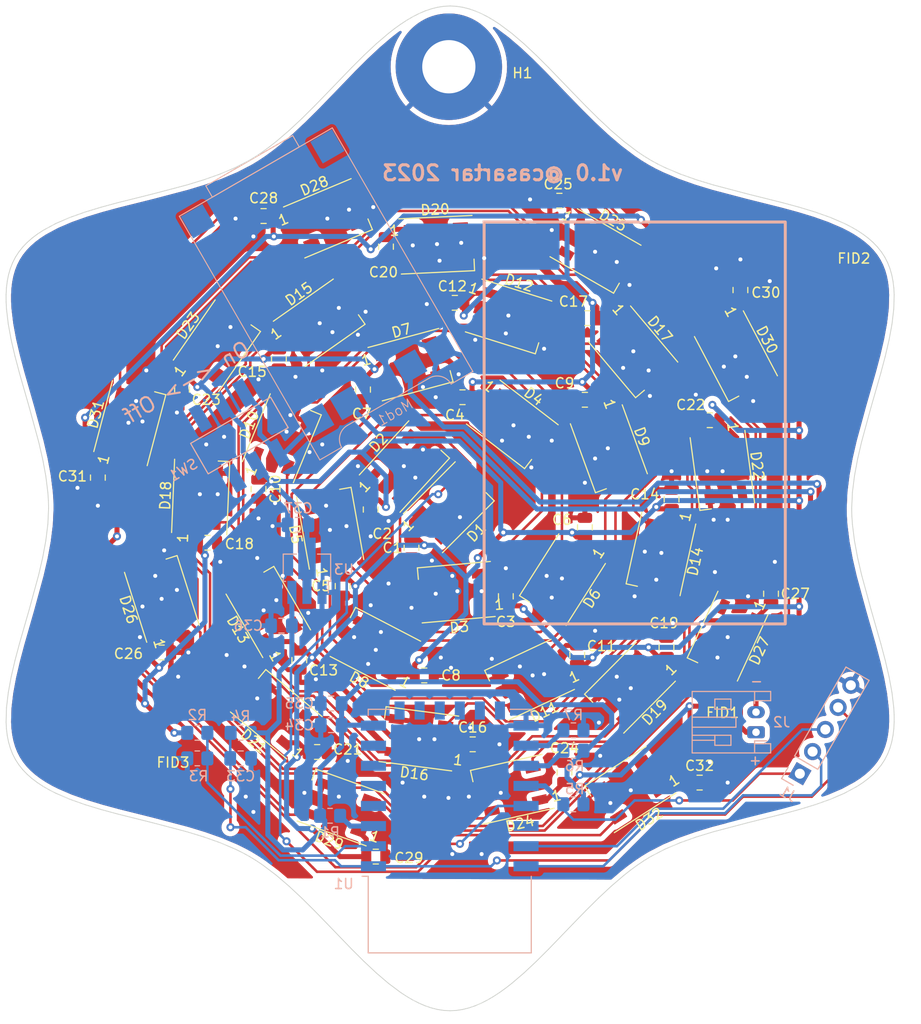
<source format=kicad_pcb>
(kicad_pcb (version 20221018) (generator pcbnew)
  (layers (0 "F.Cu" signal) (31 "B.Cu" signal) (34 "B.Paste" user) (35 "F.Paste" user) (36 "B.SilkS" user "B.Silkscreen") (37 "F.SilkS" user "F.Silkscreen") (38 "B.Mask" user) (39 "F.Mask" user) (44 "Edge.Cuts" user))
  (net 0 "")
  (net 1 "+3V3")
  (net 2 "GND")
  (net 3 "VCC")
  (net 4 "/ESP8266/WS2812")
  (net 5 "Net-(J1-Pin_1)")
  (net 6 "Net-(J1-Pin_2)")
  (net 7 "Net-(J1-Pin_3)")
  (net 8 "RESET")
  (net 9 "Net-(U1-EN)")
  (net 10 "Net-(U1-GPIO2)")
  (net 11 "Net-(U1-GPIO15)")
  (net 12 "Net-(U1-ADC)")
  (net 24 "Net-(D1-DOUT)")
  (net 25 "Net-(D2-DOUT)")
  (net 26 "Net-(D3-DOUT)")
  (net 27 "Net-(D4-DOUT)")
  (net 28 "Net-(D5-DOUT)")
  (net 29 "Net-(D6-DOUT)")
  (net 30 "Net-(D10-DIN)")
  (net 31 "Net-(D10-DOUT)")
  (net 32 "Net-(D11-DOUT)")
  (net 33 "Net-(D12-DOUT)")
  (net 34 "Net-(D13-DOUT)")
  (net 35 "Net-(D14-DOUT)")
  (net 36 "Net-(D15-DOUT)")
  (net 37 "Net-(D16-DOUT)")
  (net 38 "Net-(D17-DOUT)")
  (net 39 "Net-(D18-DOUT)")
  (net 40 "Net-(D19-DOUT)")
  (net 41 "Net-(D20-DOUT)")
  (net 42 "Net-(D21-DOUT)")
  (net 43 "Net-(D22-DOUT)")
  (net 44 "Net-(D23-DOUT)")
  (net 45 "Net-(D24-DOUT)")
  (net 46 "Net-(D25-DOUT)")
  (net 47 "Net-(D26-DOUT)")
  (net 48 "Net-(D27-DOUT)")
  (net 49 "Net-(D28-DOUT)")
  (net 51 "Net-(D7-DOUT)")
  (net 52 "Net-(D8-DOUT)")
  (net 53 "Net-(D29-DOUT)")
  (net 54 "Net-(D30-DOUT)")
  (net 55 "Net-(D31-DOUT)")
  (net 56 "/ESP8266/Bat+")
  (net 57 "/ESP8266/Bat-")
  (net 60 "Net-(Mod1-OUT+)")
  (footprint "Capacitor_SMD:C_0805_2012Metric" (layer "F.Cu") (at 177.038 104.394 90)
    (fp_text reference "C6")
    (fp_text value "100nF")
  )
  (footprint "Capacitor_SMD:C_0805_2012Metric" (layer "F.Cu") (at 164.846 91.44 180)
    (fp_text reference "C4")
    (fp_text value "100nF")
  )
  (footprint "LED_SMD:LED_WS2812B_PLCC4_5.0x5.0mm_P3.2mm" (layer "F.Cu") (at 162.274761 76.264623 2.652)
    (fp_text reference "D20")
    (fp_text value "WS2812B")
  )
  (footprint "LED_SMD:LED_WS2812B_PLCC4_5.0x5.0mm_P3.2mm" (layer "F.Cu") (at 169.803404 130.462723 -167.316)
    (fp_text reference "D24")
    (fp_text value "WS2812B")
  )
  (footprint "LED_SMD:LED_WS2812B_PLCC4_5.0x5.0mm_P3.2mm" (layer "F.Cu") (at 178.096391 76.884956 -29.808)
    (fp_text reference "D25")
    (fp_text value "WS2812B")
  )
  (footprint "LED_SMD:LED_WS2812B_PLCC4_5.0x5.0mm_P3.2mm" (layer "F.Cu") (at 171.527666 119.574747 -154.92)
    (fp_text reference "D11")
    (fp_text value "WS2812B")
  )
  (footprint "Fiducial:Fiducial_1mm_Mask2mm" (layer "F.Cu") (at 190.754 124.841)
    (fp_text reference "FID1")
    (fp_text value "Fiducial")
  )
  (footprint "Capacitor_SMD:C_0805_2012Metric" (layer "F.Cu") (at 136.906 90.678 -90)
    (fp_text reference "C23")
    (fp_text value "100nF")
  )
  (footprint "LED_SMD:LED_WS2812B_PLCC4_5.0x5.0mm_P3.2mm" (layer "F.Cu") (at 150.57225 84.025336 35.112)
    (fp_text reference "D15")
    (fp_text value "WS2812B")
  )
  (footprint "Capacitor_SMD:C_0805_2012Metric" (layer "F.Cu") (at 144.526 100.584 -90)
    (fp_text reference "C10")
    (fp_text value "100nF")
  )
  (footprint "Capacitor_SMD:C_0805_2012Metric" (layer "F.Cu") (at 195.58 110.998 90)
    (fp_text reference "C27")
    (fp_text value "100nF")
  )
  (footprint "Capacitor_SMD:C_0805_2012Metric" (layer "F.Cu") (at 156.21 137.16)
    (fp_text reference "C29")
    (fp_text value "100nF")
  )
  (footprint "Fiducial:Fiducial_1mm_Mask2mm" (layer "F.Cu") (at 136.017 129.794)
    (fp_text reference "FID3")
    (fp_text value "Fiducial")
  )
  (footprint "Capacitor_SMD:C_0805_2012Metric" (layer "F.Cu") (at 157.226 76.454 -90)
    (fp_text reference "C20")
    (fp_text value "100nF")
  )
  (footprint "LED_SMD:LED_WS2812B_PLCC4_5.0x5.0mm_P3.2mm" (layer "F.Cu") (at 156.16876 116.478032 152.556)
    (fp_text reference "D8")
    (fp_text value "WS2812B")
  )
  (footprint "Capacitor_SMD:C_0805_2012Metric" (layer "F.Cu") (at 177.038 91.694 180)
    (fp_text reference "C9")
    (fp_text value "100nF")
  )
  (footprint "Capacitor_SMD:C_0805_2012Metric" (layer "F.Cu") (at 185.166 116.332 90)
    (fp_text reference "C19")
    (fp_text value "100nF")
  )
  (footprint "LED_SMD:LED_WS2812B_PLCC4_5.0x5.0mm_P3.2mm" (layer "F.Cu") (at 191.25953 115.218697 -114.792)
    (fp_text reference "D27")
    (fp_text value "WS2812B")
  )
  (footprint "Capacitor_SMD:C_0805_2012Metric" (layer "F.Cu") (at 161.036 119.126)
    (fp_text reference "C8")
    (fp_text value "100nF")
  )
  (footprint "Capacitor_SMD:C_0805_2012Metric" (layer "F.Cu") (at 185.674 101.6 90)
    (fp_text reference "C14")
    (fp_text value "100nF")
  )
  (footprint "LED_SMD:LED_WS2812B_PLCC4_5.0x5.0mm_P3.2mm" (layer "F.Cu") (at 159.060769 98.337078 47.508)
    (fp_text reference "D2")
    (fp_text value "WS2812B")
  )
  (footprint "Capacitor_SMD:C_0805_2012Metric" (layer "F.Cu") (at 165.862 125.984)
    (fp_text reference "C16")
    (fp_text value "100nF")
  )
  (footprint "Fiducial:Fiducial_1mm_Mask2mm" (layer "F.Cu") (at 203.835 79.629)
    (fp_text reference "FID2")
    (fp_text value "Fiducial")
  )
  (footprint "LED_SMD:LED_WS2812B_PLCC4_5.0x5.0mm_P3.2mm" (layer "F.Cu") (at 174.805323 109.590714 -122.46)
    (fp_text reference "D6")
    (fp_text value "WS2812B")
  )
  (footprint "LED_SMD:LED_WS2812B_PLCC4_5.0x5.0mm_P3.2mm" (layer "F.Cu") (at 181.530268 120.344618 -134.856)
    (fp_text reference "D19")
    (fp_text value "WS2812B")
  )
  (footprint "LED_SMD:LED_WS2812B_PLCC4_5.0x5.0mm_P3.2mm" (layer "F.Cu") (at 152.74314 132.26662 160.224)
    (fp_text reference "D29")
    (fp_text value "WS2812B")
  )
  (footprint "LED_SMD:LED_WS2812B_PLCC4_5.0x5.0mm_P3.2mm" (layer "F.Cu") (at 169.807974 94.142576 -37.476)
    (fp_text reference "D4")
    (fp_text value "WS2812B")
  )
  (footprint "LED_SMD:LED_WS2812B_PLCC4_5.0x5.0mm_P3.2mm" (layer "F.Cu") (at 151.445404 73.631556 22.716)
    (fp_text reference "D28")
    (fp_text value "WS2812B")
  )
  (footprint "Capacitor_SMD:C_0805_2012Metric" (layer "F.Cu") (at 128.524 99.441 -90)
    (fp_text reference "C31")
    (fp_text value "100nF")
  )
  (footprint "LED_SMD:LED_WS2812B_PLCC4_5.0x5.0mm_P3.2mm" (layer "F.Cu") (at 164.226906 110.842785 -174.984)
    (fp_text reference "D3")
    (fp_text value "WS2812B")
  )
  (footprint "LED_SMD:LED_WS2812B_PLCC4_5.0x5.0mm_P3.2mm" (layer "F.Cu") (at 151.668475 104.480391 100.032)
    (fp_text reference "D5")
    (fp_text value "WS2812B")
  )
  (footprint "LED_SMD:LED_WS2812B_PLCC4_5.0x5.0mm_P3.2mm" (layer "F.Cu") (at 190.734566 98.721056 -82.332)
    (fp_text reference "D22")
    (fp_text value "WS2812B")
  )
  (footprint "LED_SMD:LED_WS2812B_PLCC4_5.0x5.0mm_P3.2mm" (layer "F.Cu") (at 146.846509 95.522641 67.572)
    (fp_text reference "D10")
    (fp_text value "WS2812B")
  )
  (footprint "LED_SMD:LED_WS2812B_PLCC4_5.0x5.0mm_P3.2mm" (layer "F.Cu") (at 145.502471 112.812507 120.096)
    (fp_text reference "D13")
    (fp_text value "WS2812B")
  )
  (footprint "Capacitor_SMD:C_0805_2012Metric" (layer "F.Cu") (at 152.908 110.236 -90)
    (fp_text reference "C5")
    (fp_text value "100nF")
  )
  (footprint "LED_SMD:LED_WS2812B_PLCC4_5.0x5.0mm_P3.2mm" (layer "F.Cu") (at 159.669238 88.197045 15.048)
    (fp_text reference "D7")
    (fp_text value "WS2812B")
  )
  (footprint "LED_SMD:LED_WS2812B_PLCC4_5.0x5.0mm_P3.2mm" (layer "F.Cu") (at 181.835491 86.921986 -49.872)
    (fp_text reference "D17")
    (fp_text value "WS2812B")
  )
  (footprint "Capacitor_SMD:C_0805_2012Metric" (layer "F.Cu") (at 176.276 117.094 90)
    (fp_text reference "C11")
    (fp_text value "100nF")
  )
  (footprint "LED_SMD:LED_WS2812B_PLCC4_5.0x5.0mm_P3.2mm" (layer "F.Cu") (at 134.905216 111.511181 107.7)
    (fp_text reference "D26")
    (fp_text value "WS2812B")
  )
  (footprint "LED_SMD:LED_WS2812B_PLCC4_5.0x5.0mm_P3.2mm" (layer "F.Cu") (at 138.767416 101.369695 87.636)
    (fp_text reference "D18")
    (fp_text value "WS2812B")
  )
  (footprint "Capacitor_SMD:C_0805_2012Metric" (layer "F.Cu") (at 134.874 116.84)
    (fp_text reference "C26")
    (fp_text value "100nF")
  )
  (footprint "Capacitor_SMD:C_0805_2012Metric" (layer "F.Cu") (at 189.484 93.726 180)
    (fp_text reference "C22")
    (fp_text value "100nF")
  )
  (footprint "LED_SMD:LED_WS2812B_PLCC4_5.0x5.0mm_P3.2mm" (layer "F.Cu") (at 131.706022 94.017632 75.24)
    (fp_text reference "D31")
    (fp_text value "WS2812B")
  )
  (footprint "LED_SMD:LED_WS2812B_PLCC4_5.0x5.0mm_P3.2mm" (layer "F.Cu") (at 169.439758 83.402087 -17.412)
    (fp_text reference "D12")
    (fp_text value "WS2812B")
  )
  (footprint "LED_SMD:LED_WS2812B_PLCC4_5.0x5.0mm_P3.2mm" (layer "F.Cu") (at 163.485 102.39 45)
    (fp_text reference "D1")
    (fp_text value "WS2812B")
  )
  (footprint "Capacitor_SMD:C_0805_2012Metric" (layer "F.Cu") (at 154.94 90.678 -90)
    (fp_text reference "C7")
    (fp_text value "100nF")
  )
  (footprint "LED_SMD:LED_WS2812B_PLCC4_5.0x5.0mm_P3.2mm" (layer "F.Cu") (at 184.613992 107.033888 -102.397)
    (fp_text reference "D14")
    (fp_text value "WS2812B")
  )
  (footprint "Capacitor_SMD:C_0805_2012Metric" (layer "F.Cu") (at 148.59 117.602 -90)
    (fp_text reference "C13")
    (fp_text value "100nF")
  )
  (footprint "Capacitor_SMD:C_0805_2012Metric" (layer "F.Cu") (at 139.446 105.918)
    (fp_text reference "C18")
    (fp_text value "100nF")
  )
  (footprint "Capacitor_SMD:C_0805_2012Metric" (layer "F.Cu") (at 164.084 82.042 180)
    (fp_text reference "C12")
    (fp_text value "100nF")
  )
  (footprint "Capacitor_SMD:C_0805_2012Metric" (layer "F.Cu") (at 174.498 71.882 180)
    (fp_text reference "C25")
    (fp_text value "100nF")
  )
  (footprint "LED_SMD:LED_WS2812B_PLCC4_5.0x5.0mm_P3.2mm" (layer "F.Cu") (at 146.294776 122.993305 140.16)
    (fp_text reference "D21")
    (fp_text value "WS2812B")
  )
  (footprint "LED_SMD:LED_WS2812B_PLCC4_5.0x5.0mm_P3.2mm" (layer "F.Cu") (at 179.425607 96.567882 -69.936)
    (fp_text reference "D9")
    (fp_text value "WS2812B")
  )
  (footprint "LED_SMD:LED_WS2812B_PLCC4_5.0x5.0mm_P3.2mm" (layer "F.Cu") (at 160.500197 125.435411 172.62)
    (fp_text reference "D16")
    (fp_text value "WS2812B")
  )
  (footprint "MountingHole:MountingHole_5.3mm_M5_Pad_TopBottom" (layer "F.Cu") (at 163.485 58.547)
    (fp_text reference "H1")
    (fp_text value "MountingHole_Pad")
  )
  (footprint "Capacitor_SMD:C_0805_2012Metric" (layer "F.Cu") (at 159.766 106.426 -90)
    (fp_text reference "C1")
    (fp_text value "100nF")
  )
  (footprint "Capacitor_SMD:C_0805_2012Metric" (layer "F.Cu") (at 188.468 129.794)
    (fp_text reference "C32")
    (fp_text value "100nF")
  )
  (footprint "Capacitor_SMD:C_0805_2012Metric" (layer "F.Cu") (at 175.006 128.778 90)
    (fp_text reference "C24")
    (fp_text value "100nF")
  )
  (footprint "Capacitor_SMD:C_0805_2012Metric" (layer "F.Cu") (at 150.368 126.746)
    (fp_text reference "C21")
    (fp_text value "100nF")
  )
  (footprint "Capacitor_SMD:C_0805_2012Metric" (layer "F.Cu") (at 192.532 80.772 90)
    (fp_text reference "C30")
    (fp_text value "100nF")
  )
  (footprint "LED_SMD:LED_WS2812B_PLCC4_5.0x5.0mm_P3.2mm" (layer "F.Cu") (at 181.55636 130.486725 -147.252)
    (fp_text reference "D32")
    (fp_text value "WS2812B")
  )
  (footprint "Capacitor_SMD:C_0805_2012Metric" (layer "F.Cu") (at 177.292 83.566 180)
    (fp_text reference "C17")
    (fp_text value "100nF")
  )
  (footprint "LED_SMD:LED_WS2812B_PLCC4_5.0x5.0mm_P3.2mm" (layer "F.Cu") (at 140.382449 86.319152 55.176)
    (fp_text reference "D23")
    (fp_text value "WS2812B")
  )
  (footprint "Capacitor_SMD:C_0805_2012Metric" (layer "F.Cu") (at 155.702 102.616 -90)
    (fp_text reference "C2")
    (fp_text value "100nF")
  )
  (footprint "Capacitor_SMD:C_0805_2012Metric" (layer "F.Cu") (at 169.164 111.252 90)
    (fp_text reference "C3")
    (fp_text value "100nF")
  )
  (footprint "Capacitor_SMD:C_0805_2012Metric" (layer "F.Cu") (at 146.558 87.63 -90)
    (fp_text reference "C15")
    (fp_text value "100nF")
  )
  (footprint "Capacitor_SMD:C_0805_2012Metric" (layer "F.Cu") (at 145.034 73.406 180)
    (fp_text reference "C28")
    (fp_text value "100nF")
  )
  (footprint "LED_SMD:LED_WS2812B_PLCC4_5.0x5.0mm_P3.2mm" (layer "F.Cu") (at 192.084435 87.354299 -62.268)
    (fp_text reference "D30")
    (fp_text value "WS2812B")
  )
  (footprint "Lithium_Battery_Charger_Module:Lithium_Battery_Charger_Module" (layer "B.Cu") (at 151.257 81.153 -150)
    (fp_text reference "Mod1")
    (fp_text value "~")
  )
  (footprint "Capacitor_SMD:C_0805_2012Metric_Pad1.18x1.45mm_HandSolder" (layer "B.Cu") (at 151.765 121.92 180)
    (fp_text reference "C35")
    (fp_text value "10µF")
  )
  (footprint "Capacitor_SMD:C_0805_2012Metric_Pad1.18x1.45mm_HandSolder" (layer "B.Cu") (at 148.463 104.14 180)
    (fp_text reference "C37")
    (fp_text value "10µF")
  )
  (footprint "MSS22D18G2:MSS22D18G2" (layer "B.Cu") (at 142.621 95.25 -150)
    (fp_text reference "SW1")
    (fp_text value "SW_DPDT_x2")
  )
  (footprint "Resistor_SMD:R_0805_2012Metric_Pad1.20x1.40mm_HandSolder" (layer "B.Cu") (at 138.43 124.841)
    (fp_text reference "R2")
    (fp_text value "220k")
  )
  (footprint "Resistor_SMD:R_0805_2012Metric_Pad1.20x1.40mm_HandSolder" (layer "B.Cu") (at 175.895 126.619 180)
    (fp_text reference "R7")
    (fp_text value "10k")
  )
  (footprint "Capacitor_SMD:C_0805_2012Metric_Pad1.18x1.45mm_HandSolder" (layer "B.Cu") (at 142.748 127.381)
    (fp_text reference "C33")
    (fp_text value "100nF")
  )
  (footprint "Package_TO_SOT_SMD:SOT-89-3_Handsoldering" (layer "B.Cu") (at 149.352 108.412 90)
    (fp_text reference "U3")
    (fp_text value "~")
  )
  (footprint "Resistor_SMD:R_0805_2012Metric_Pad1.20x1.40mm_HandSolder" (layer "B.Cu") (at 151.654 133.096)
    (fp_text reference "R1")
    (fp_text value "10k")
  )
  (footprint "Capacitor_SMD:C_0805_2012Metric_Pad1.18x1.45mm_HandSolder" (layer "B.Cu") (at 146.812 114.173 180)
    (fp_text reference "C36")
    (fp_text value "10µF")
  )
  (footprint "Resistor_SMD:R_0805_2012Metric_Pad1.20x1.40mm_HandSolder" (layer "B.Cu") (at 142.748 124.841 180)
    (fp_text reference "R4")
    (fp_text value "10k")
  )
  (footprint "Capacitor_SMD:C_0805_2012Metric_Pad1.18x1.45mm_HandSolder" (layer "B.Cu") (at 151.765 124.079 180)
    (fp_text reference "C34")
    (fp_text value "100nF")
  )
  (footprint "Resistor_SMD:R_0805_2012Metric_Pad1.20x1.40mm_HandSolder" (layer "B.Cu") (at 175.895 131.953 180)
    (fp_text reference "R5")
    (fp_text value "10k")
  )
  (footprint "Resistor_SMD:R_0805_2012Metric_Pad1.20x1.40mm_HandSolder" (layer "B.Cu") (at 175.895 124.587)
    (fp_text reference "R6")
    (fp_text value "10k")
  )
  (footprint "Connector_JST:JST_PH_S2B-PH-K_1x02_P2.00mm_Horizontal" (layer "B.Cu") (at 194.085238 124.781974 90)
    (fp_text reference "J2")
    (fp_text value "Conn_01x02_Pin")
  )
  (footprint "Resistor_SMD:R_0805_2012Metric_Pad1.20x1.40mm_HandSolder" (layer "B.Cu") (at 138.43 127.381 180)
    (fp_text reference "R3")
    (fp_text value "100k")
  )
  (footprint "RF_Module:ESP-12E" (layer "B.Cu") (at 163.576 134.62)
    (fp_text reference "U1")
    (fp_text value "ESP-12F")
  )
  (footprint "Connector_PinHeader_2.54mm:PinHeader_1x05_P2.54mm_Vertical" (layer "B.Cu") (at 198.451079 128.9075 -30)
    (fp_text reference "J1")
    (fp_text value "Conn_01x05_Pin")
  )
  (gr_rect (start 167 74) (end 197 114) (stroke (width 0.3)) (fill none) (layer "B.SilkS"))
  (gr_line (start 157.475319 55.223005) (end 156.259573 56.261027) (stroke (width 0.084666)) (layer "Edge.Cuts"))
  (gr_line (start 202.883541 130.856195) (end 204.146015 130.176624) (stroke (width 0.084666)) (layer "Edge.Cuts"))
  (gr_line (start 121.975375 75.598925) (end 121.48661 76.02755) (stroke (width 0.084666)) (layer "Edge.Cuts"))
  (gr_line (start 128.84395 132.473194) (end 130.507501 132.923072) (stroke (width 0.084666)) (layer "Edge.Cuts"))
  (gr_line (start 207.848882 123.763139) (end 207.846097 123.056652) (stroke (width 0.084666)) (layer "Edge.Cuts"))
  (gr_line (start 164.23795 52.532189) (end 163.614509 52.499954) (stroke (width 0.084666)) (layer "Edge.Cuts"))
  (gr_line (start 119.62475 125.747615) (end 119.800852 126.359421) (stroke (width 0.084666)) (layer "Edge.Cuts"))
  (gr_line (start 207.427953 126.359414) (end 207.604076 125.747609) (stroke (width 0.084666)) (layer "Edge.Cuts"))
  (gr_line (start 120.029279 126.944041) (end 120.313071 127.500069) (stroke (width 0.084666)) (layer "Edge.Cuts"))
  (gr_line (start 196.721448 132.923058) (end 198.384996 132.47318) (stroke (width 0.084666)) (layer "Edge.Cuts"))
  (gr_line (start 119.38 123.763144) (end 119.417364 124.44807) (stroke (width 0.084666)) (layer "Edge.Cuts"))
  (gr_line (start 122.629958 95.890109) (end 123.024235 97.593239) (stroke (width 0.084666)) (layer "Edge.Cuts"))
  (gr_line (start 142.200051 136.409474) (end 142.922071 136.763099) (stroke (width 0.084666)) (layer "Edge.Cuts"))
  (gr_line (start 121.48661 76.02755) (end 121.044812 76.485967) (stroke (width 0.084666)) (layer "Edge.Cuts"))
  (gr_line (start 123.335973 105.730103) (end 123.024235 107.406968) (stroke (width 0.084666)) (layer "Edge.Cuts"))
  (gr_line (start 165.476368 52.780055) (end 164.858469 52.626667) (stroke (width 0.084666)) (layer "Edge.Cuts"))
  (gr_line (start 159.911648 151.439642) (end 160.523501 151.749741) (stroke (width 0.084666)) (layer "Edge.Cuts"))
  (gr_line (start 144.955099 138.000079) (end 146.272418 138.997191) (stroke (width 0.084666)) (layer "Edge.Cuts"))
  (gr_line (start 150.108292 142.549535) (end 151.356283 143.831697) (stroke (width 0.084666)) (layer "Edge.Cuts"))
  (gr_line (start 121.691064 92.450091) (end 122.629958 95.890109) (stroke (width 0.084666)) (layer "Edge.Cuts"))
  (gr_line (start 207.336072 85.750031) (end 207.627141 84.178137) (stroke (width 0.084666)) (layer "Edge.Cuts"))
  (gr_line (start 160.523501 53.250214) (end 159.911648 53.560313) (stroke (width 0.084666)) (layer "Edge.Cuts"))
  (gr_line (start 160.523501 151.749741) (end 161.137067 152.010939) (stroke (width 0.084666)) (layer "Edge.Cuts"))
  (gr_line (start 133.949225 133.781775) (end 137.397761 134.688658) (stroke (width 0.084666)) (layer "Edge.Cuts"))
  (gr_line (start 128.84395 72.526782) (end 127.247807 73.010926) (stroke (width 0.084666)) (layer "Edge.Cuts"))
  (gr_line (start 121.48661 128.972422) (end 121.975375 129.401047) (stroke (width 0.084666)) (layer "Edge.Cuts"))
  (gr_line (start 178.38232 141.298606) (end 179.660107 140.105596) (stroke (width 0.084666)) (layer "Edge.Cuts"))
  (gr_line (start 120.27168 87.374425) (end 120.713854 89.040066) (stroke (width 0.084666)) (layer "Edge.Cuts"))
  (gr_line (start 189.831142 134.688643) (end 193.279713 133.78176) (stroke (width 0.084666)) (layer "Edge.Cuts"))
  (gr_line (start 207.627141 84.178137) (end 207.806185 82.669993) (stroke (width 0.084666)) (layer "Edge.Cuts"))
  (gr_line (start 121.044812 76.485967) (end 120.65272 76.976108) (stroke (width 0.084666)) (layer "Edge.Cuts"))
  (gr_line (start 182.273707 138.000079) (end 182.940959 137.551597) (stroke (width 0.084666)) (layer "Edge.Cuts"))
  (gr_line (start 206.957297 87.374422) (end 207.336072 85.750031) (stroke (width 0.084666)) (layer "Edge.Cuts"))
  (gr_line (start 123.024235 107.406968) (end 122.629958 109.110082) (stroke (width 0.084666)) (layer "Edge.Cuts"))
  (gr_line (start 146.272418 66.002771) (end 145.61653 66.516906) (stroke (width 0.084666)) (layer "Edge.Cuts"))
  (gr_line (start 123.696101 130.527458) (end 124.34536 130.856207) (stroke (width 0.084666)) (layer "Edge.Cuts"))
  (gr_line (start 119.892887 119.250017) (end 119.601796 120.821889) (stroke (width 0.084666)) (layer "Edge.Cuts"))
  (gr_line (start 120.65272 128.023862) (end 121.044812 128.514004) (stroke (width 0.084666)) (layer "Edge.Cuts"))
  (gr_line (start 196.721448 72.076904) (end 193.279713 71.218202) (stroke (width 0.084666)) (layer "Edge.Cuts"))
  (gr_line (start 119.422727 82.669994) (end 119.601796 84.178139) (stroke (width 0.084666)) (layer "Edge.Cuts"))
  (gr_line (start 161.752649 52.780055) (end 161.137067 52.989016) (stroke (width 0.084666)) (layer "Edge.Cuts"))
  (gr_line (start 159.911648 53.560313) (end 159.301205 53.915977) (stroke (width 0.084666)) (layer "Edge.Cuts"))
  (gr_line (start 184.30671 68.236878) (end 183.614356 67.859016) (stroke (width 0.084666)) (layer "Edge.Cuts"))
  (gr_line (start 168.537142 54.313872) (end 167.927809 53.915977) (stroke (width 0.084666)) (layer "Edge.Cuts"))
  (gr_line (start 125.740977 131.455199) (end 127.247807 131.989049) (stroke (width 0.084666)) (layer "Edge.Cuts"))
  (gr_line (start 207.848882 81.236847) (end 207.8115 80.551914) (stroke (width 0.084666)) (layer "Edge.Cuts"))
  (gr_line (start 178.382311 63.701355) (end 177.120641 62.450425) (stroke (width 0.084666)) (layer "Edge.Cuts"))
  (gr_line (start 182.940957 67.448365) (end 182.273704 66.999883) (stroke (width 0.084666)) (layer "Edge.Cuts"))
  (gr_line (start 204.204788 107.406961) (end 203.893052 105.730096) (stroke (width 0.084666)) (layer "Edge.Cuts"))
  (gr_line (start 121.044812 128.514004) (end 121.48661 128.972422) (stroke (width 0.084666)) (layer "Edge.Cuts"))
  (gr_line (start 122.508371 75.198165) (end 121.975375 75.598925) (stroke (width 0.084666)) (layer "Edge.Cuts"))
  (gr_line (start 193.279713 133.78176) (end 196.721448 132.923058) (stroke (width 0.084666)) (layer "Edge.Cuts"))
  (gr_line (start 120.713854 115.960033) (end 120.27168 117.625649) (stroke (width 0.084666)) (layer "Edge.Cuts"))
  (gr_line (start 162.991067 52.532189) (end 162.370548 52.626667) (stroke (width 0.084666)) (layer "Edge.Cuts"))
  (gr_line (start 127.247807 73.010926) (end 125.740977 73.544776) (stroke (width 0.084666)) (layer "Edge.Cuts"))
  (gr_line (start 147.568778 140.105596) (end 148.846596 141.298606) (stroke (width 0.084666)) (layer "Edge.Cuts"))
  (gr_line (start 170.969441 148.738929) (end 172.186791 147.598706) (stroke (width 0.084666)) (layer "Edge.Cuts"))
  (gr_line (start 175.872681 143.831697) (end 177.120651 142.549535) (stroke (width 0.084666)) (layer "Edge.Cuts"))
  (gr_line (start 189.831142 70.311319) (end 188.159047 69.801217) (stroke (width 0.084666)) (layer "Edge.Cuts"))
  (gr_line (start 206.515138 115.960029) (end 205.537946 112.550051) (stroke (width 0.084666)) (layer "Edge.Cuts"))
  (gr_line (start 185.028752 136.409459) (end 186.55095 135.767205) (stroke (width 0.084666)) (layer "Edge.Cuts"))
  (gr_line (start 204.146015 74.823338) (end 203.532787 74.472515) (stroke (width 0.084666)) (layer "Edge.Cuts"))
  (gr_line (start 185.028752 68.590503) (end 184.30671 68.236878) (stroke (width 0.084666)) (layer "Edge.Cuts"))
  (gr_line (start 130.507501 132.923072) (end 133.949225 133.781775) (stroke (width 0.084666)) (layer "Edge.Cuts"))
  (gr_line (start 120.27168 117.625649) (end 119.892887 119.250017) (stroke (width 0.084666)) (layer "Edge.Cuts"))
  (gr_line (start 183.614356 137.140945) (end 185.028752 136.409459) (stroke (width 0.084666)) (layer "Edge.Cuts"))
  (gr_line (start 180.95643 138.997191) (end 181.612298 138.483055) (stroke (width 0.084666)) (layer "Edge.Cuts"))
  (gr_line (start 123.614547 102.500114) (end 123.54085 104.090735) (stroke (width 0.084666)) (layer "Edge.Cuts"))
  (gr_line (start 205.537946 92.450086) (end 206.515138 89.040062) (stroke (width 0.084666)) (layer "Edge.Cuts"))
  (gr_line (start 147.568778 64.894366) (end 146.272418 66.002771) (stroke (width 0.084666)) (layer "Edge.Cuts"))
  (gr_line (start 203.893052 99.270109) (end 204.204788 97.593232) (stroke (width 0.084666)) (layer "Edge.Cuts"))
  (gr_line (start 167.317368 53.560313) (end 166.705515 53.250214) (stroke (width 0.084666)) (layer "Edge.Cuts"))
  (gr_line (start 162.370548 52.626667) (end 161.752649 52.780055) (stroke (width 0.084666)) (layer "Edge.Cuts"))
  (gr_line (start 205.742212 76.02755) (end 205.253465 75.598925) (stroke (width 0.084666)) (layer "Edge.Cuts"))
  (gr_line (start 167.317375 151.439642) (end 167.927817 151.083978) (stroke (width 0.084666)) (layer "Edge.Cuts"))
  (gr_line (start 203.614478 102.500107) (end 203.688175 100.909484) (stroke (width 0.084666)) (layer "Edge.Cuts"))
  (gr_line (start 206.515138 89.040062) (end 206.957297 87.374422) (stroke (width 0.084666)) (layer "Edge.Cuts"))
  (gr_line (start 139.069828 69.801217) (end 137.397761 70.311319) (stroke (width 0.084666)) (layer "Edge.Cuts"))
  (gr_line (start 207.730911 125.110024) (end 207.8115 124.448065) (stroke (width 0.084666)) (layer "Edge.Cuts"))
  (gr_line (start 156.259573 148.738929) (end 157.475319 149.776951) (stroke (width 0.084666)) (layer "Edge.Cuts"))
  (gr_line (start 164.858472 152.373287) (end 165.476372 152.219899) (stroke (width 0.084666)) (layer "Edge.Cuts"))
  (gr_line (start 205.742212 128.972412) (end 206.18399 128.513995) (stroke (width 0.084666)) (layer "Edge.Cuts"))
  (gr_line (start 161.137067 152.010939) (end 161.752649 152.219899) (stroke (width 0.084666)) (layer "Edge.Cuts"))
  (gr_line (start 119.497934 79.88995) (end 119.417364 80.551914) (stroke (width 0.084666)) (layer "Edge.Cuts"))
  (gr_line (start 166.705521 151.749741) (end 167.317375 151.439642) (stroke (width 0.084666)) (layer "Edge.Cuts"))
  (gr_line (start 120.713854 89.040066) (end 121.691064 92.450091) (stroke (width 0.084666)) (layer "Edge.Cuts"))
  (gr_line (start 204.720487 129.801797) (end 205.253465 129.401037) (stroke (width 0.084666)) (layer "Edge.Cuts"))
  (gr_line (start 204.599063 109.110075) (end 204.204788 107.406961) (stroke (width 0.084666)) (layer "Edge.Cuts"))
  (gr_line (start 123.54085 104.090735) (end 123.335973 105.730103) (stroke (width 0.084666)) (layer "Edge.Cuts"))
  (gr_line (start 119.601796 120.821889) (end 119.422727 122.330014) (stroke (width 0.084666)) (layer "Edge.Cuts"))
  (gr_line (start 123.082858 130.176635) (end 123.696101 130.527458) (stroke (width 0.084666)) (layer "Edge.Cuts"))
  (gr_line (start 127.247807 131.989049) (end 128.84395 132.473194) (stroke (width 0.084666)) (layer "Edge.Cuts"))
  (gr_line (start 144.287824 137.551597) (end 144.955099 138.000079) (stroke (width 0.084666)) (layer "Edge.Cuts"))
  (gr_line (start 130.507501 72.076904) (end 128.84395 72.526782) (stroke (width 0.084666)) (layer "Edge.Cuts"))
  (gr_line (start 175.872671 61.168263) (end 173.408158 58.616989) (stroke (width 0.084666)) (layer "Edge.Cuts"))
  (gr_line (start 206.915686 127.500061) (end 207.199503 126.944034) (stroke (width 0.084666)) (layer "Edge.Cuts"))
  (gr_line (start 145.61653 66.516906) (end 144.955099 66.999883) (stroke (width 0.084666)) (layer "Edge.Cuts"))
  (gr_line (start 169.75369 55.223005) (end 168.537142 54.313872) (stroke (width 0.084666)) (layer "Edge.Cuts"))
  (gr_line (start 169.145677 150.249296) (end 169.7537 149.776951) (stroke (width 0.084666)) (layer "Edge.Cuts"))
  (gr_line (start 119.417364 80.551914) (end 119.38 81.236847) (stroke (width 0.084666)) (layer "Edge.Cuts"))
  (gr_line (start 121.691064 112.550057) (end 120.713854 115.960033) (stroke (width 0.084666)) (layer "Edge.Cuts"))
  (gr_line (start 204.599063 95.890102) (end 205.537946 92.450086) (stroke (width 0.084666)) (layer "Edge.Cuts"))
  (gr_line (start 153.820826 146.382969) (end 155.042215 147.598706) (stroke (width 0.084666)) (layer "Edge.Cuts"))
  (gr_line (start 201.487945 131.455186) (end 202.883541 130.856195) (stroke (width 0.084666)) (layer "Edge.Cuts"))
  (gr_line (start 173.408158 58.616989) (end 172.18678 57.401251) (stroke (width 0.084666)) (layer "Edge.Cuts"))
  (gr_line (start 173.40817 146.382969) (end 175.872681 143.831697) (stroke (width 0.084666)) (layer "Edge.Cuts"))
  (gr_line (start 120.313071 127.500069) (end 120.65272 128.023862) (stroke (width 0.084666)) (layer "Edge.Cuts"))
  (gr_line (start 124.34536 130.856207) (end 125.740977 131.455199) (stroke (width 0.084666)) (layer "Edge.Cuts"))
  (gr_line (start 207.427953 78.640551) (end 207.199503 78.055929) (stroke (width 0.084666)) (layer "Edge.Cuts"))
  (gr_line (start 119.601796 84.178139) (end 119.892887 85.750033) (stroke (width 0.084666)) (layer "Edge.Cuts"))
  (gr_line (start 119.382801 81.943343) (end 119.422727 82.669994) (stroke (width 0.084666)) (layer "Edge.Cuts"))
  (gr_line (start 207.8115 124.448065) (end 207.848882 123.763139) (stroke (width 0.084666)) (layer "Edge.Cuts"))
  (gr_line (start 207.846097 123.056652) (end 207.806185 122.33001) (stroke (width 0.084666)) (layer "Edge.Cuts"))
  (gr_line (start 205.253465 129.401037) (end 205.742212 128.972412) (stroke (width 0.084666)) (layer "Edge.Cuts"))
  (gr_line (start 162.991067 152.467766) (end 163.614509 152.5) (stroke (width 0.084666)) (layer "Edge.Cuts"))
  (gr_line (start 167.927817 151.083978) (end 168.537151 150.686084) (stroke (width 0.084666)) (layer "Edge.Cuts"))
  (gr_line (start 137.397761 134.688658) (end 139.069828 135.198761) (stroke (width 0.084666)) (layer "Edge.Cuts"))
  (gr_line (start 177.120641 62.450425) (end 175.872671 61.168263) (stroke (width 0.084666)) (layer "Edge.Cuts"))
  (gr_line (start 202.883541 74.143767) (end 201.487945 73.544776) (stroke (width 0.084666)) (layer "Edge.Cuts"))
  (gr_line (start 123.54085 100.909492) (end 123.595616 101.7116) (stroke (width 0.084666)) (layer "Edge.Cuts"))
  (gr_line (start 207.604076 79.252359) (end 207.427953 78.640551) (stroke (width 0.084666)) (layer "Edge.Cuts"))
  (gr_line (start 162.370548 152.373287) (end 162.991067 152.467766) (stroke (width 0.084666)) (layer "Edge.Cuts"))
  (gr_line (start 188.159047 135.198745) (end 189.831142 134.688643) (stroke (width 0.084666)) (layer "Edge.Cuts"))
  (gr_line (start 203.532787 74.472515) (end 202.883541 74.143767) (stroke (width 0.084666)) (layer "Edge.Cuts"))
  (gr_line (start 123.595616 101.7116) (end 123.614547 102.500114) (stroke (width 0.084666)) (layer "Edge.Cuts"))
  (gr_line (start 144.287824 67.448365) (end 143.614402 67.859016) (stroke (width 0.084666)) (layer "Edge.Cuts"))
  (gr_line (start 122.629958 109.110082) (end 121.691064 112.550057) (stroke (width 0.084666)) (layer "Edge.Cuts"))
  (gr_line (start 120.313071 77.499901) (end 120.029279 78.055929) (stroke (width 0.084666)) (layer "Edge.Cuts"))
  (gr_line (start 123.082858 74.823338) (end 122.508371 75.198165) (stroke (width 0.084666)) (layer "Edge.Cuts"))
  (gr_line (start 181.612298 138.483055) (end 182.273707 138.000079) (stroke (width 0.084666)) (layer "Edge.Cuts"))
  (gr_line (start 119.800852 126.359421) (end 120.029279 126.944041) (stroke (width 0.084666)) (layer "Edge.Cuts"))
  (gr_line (start 121.975375 129.401047) (end 122.508371 129.801808) (stroke (width 0.084666)) (layer "Edge.Cuts"))
  (gr_line (start 125.740977 73.544776) (end 124.34536 74.143767) (stroke (width 0.084666)) (layer "Edge.Cuts"))
  (gr_line (start 120.65272 76.976108) (end 120.313071 77.499901) (stroke (width 0.084666)) (layer "Edge.Cuts"))
  (gr_line (start 198.384996 72.526782) (end 196.721448 72.076904) (stroke (width 0.084666)) (layer "Edge.Cuts"))
  (gr_line (start 161.137067 52.989016) (end 160.523501 53.250214) (stroke (width 0.084666)) (layer "Edge.Cuts"))
  (gr_line (start 153.820826 58.616989) (end 151.356283 61.168263) (stroke (width 0.084666)) (layer "Edge.Cuts"))
  (gr_line (start 159.301205 151.083978) (end 159.911648 151.439642) (stroke (width 0.084666)) (layer "Edge.Cuts"))
  (gr_line (start 182.273704 66.999883) (end 180.956425 66.002771) (stroke (width 0.084666)) (layer "Edge.Cuts"))
  (gr_line (start 207.199503 126.944034) (end 207.427953 126.359414) (stroke (width 0.084666)) (layer "Edge.Cuts"))
  (gr_line (start 201.487945 73.544776) (end 199.981129 73.010926) (stroke (width 0.084666)) (layer "Edge.Cuts"))
  (gr_line (start 207.336072 119.250013) (end 206.957297 117.625645) (stroke (width 0.084666)) (layer "Edge.Cuts"))
  (gr_line (start 179.6601 64.894366) (end 178.382311 63.701355) (stroke (width 0.084666)) (layer "Edge.Cuts"))
  (gr_line (start 119.497934 125.110029) (end 119.62475 125.747615) (stroke (width 0.084666)) (layer "Edge.Cuts"))
  (gr_line (start 177.120651 142.549535) (end 178.38232 141.298606) (stroke (width 0.084666)) (layer "Edge.Cuts"))
  (gr_line (start 151.356283 61.168263) (end 150.108292 62.450425) (stroke (width 0.084666)) (layer "Edge.Cuts"))
  (gr_line (start 182.940959 137.551597) (end 183.614356 137.140945) (stroke (width 0.084666)) (layer "Edge.Cuts"))
  (gr_line (start 150.108292 62.450425) (end 148.846596 63.701355) (stroke (width 0.084666)) (layer "Edge.Cuts"))
  (gr_line (start 119.800852 78.640551) (end 119.62475 79.25236) (stroke (width 0.084666)) (layer "Edge.Cuts"))
  (gr_line (start 206.576061 128.023854) (end 206.915686 127.500061) (stroke (width 0.084666)) (layer "Edge.Cuts"))
  (gr_line (start 119.422727 122.330014) (end 119.38 123.763144) (stroke (width 0.084666)) (layer "Edge.Cuts"))
  (gr_line (start 159.301205 53.915977) (end 158.691871 54.313872) (stroke (width 0.084666)) (layer "Edge.Cuts"))
  (gr_line (start 144.955099 66.999883) (end 144.287824 67.448365) (stroke (width 0.084666)) (layer "Edge.Cuts"))
  (gr_line (start 203.633409 103.288621) (end 203.614478 102.500107) (stroke (width 0.084666)) (layer "Edge.Cuts"))
  (gr_line (start 183.614356 67.859016) (end 182.940957 67.448365) (stroke (width 0.084666)) (layer "Edge.Cuts"))
  (gr_line (start 123.335973 99.270117) (end 123.54085 100.909492) (stroke (width 0.084666)) (layer "Edge.Cuts"))
  (gr_line (start 206.576061 76.976108) (end 206.18399 76.485967) (stroke (width 0.084666)) (layer "Edge.Cuts"))
  (gr_line (start 119.62475 79.25236) (end 119.497934 79.88995) (stroke (width 0.084666)) (layer "Edge.Cuts"))
  (gr_line (start 172.186791 147.598706) (end 173.40817 146.382969) (stroke (width 0.084666)) (layer "Edge.Cuts"))
  (gr_line (start 166.705515 53.250214) (end 166.09195 52.989016) (stroke (width 0.084666)) (layer "Edge.Cuts"))
  (gr_line (start 179.660107 140.105596) (end 180.95643 138.997191) (stroke (width 0.084666)) (layer "Edge.Cuts"))
  (gr_line (start 158.083343 54.75066) (end 157.475319 55.223005) (stroke (width 0.084666)) (layer "Edge.Cuts"))
  (gr_line (start 142.200051 68.590503) (end 140.677892 69.232757) (stroke (width 0.084666)) (layer "Edge.Cuts"))
  (gr_line (start 163.614509 52.499954) (end 162.991067 52.532189) (stroke (width 0.084666)) (layer "Edge.Cuts"))
  (gr_line (start 156.259573 56.261027) (end 155.042215 57.401251) (stroke (width 0.084666)) (layer "Edge.Cuts"))
  (gr_line (start 155.042215 57.401251) (end 153.820826 58.616989) (stroke (width 0.084666)) (layer "Edge.Cuts"))
  (gr_line (start 204.204788 97.593232) (end 204.599063 95.890102) (stroke (width 0.084666)) (layer "Edge.Cuts"))
  (gr_line (start 207.627141 120.821884) (end 207.336072 119.250013) (stroke (width 0.084666)) (layer "Edge.Cuts"))
  (gr_line (start 207.806185 122.33001) (end 207.627141 120.821884) (stroke (width 0.084666)) (layer "Edge.Cuts"))
  (gr_line (start 155.042215 147.598706) (end 156.259573 148.738929) (stroke (width 0.084666)) (layer "Edge.Cuts"))
  (gr_line (start 164.858469 52.626667) (end 164.23795 52.532189) (stroke (width 0.084666)) (layer "Edge.Cuts"))
  (gr_line (start 124.34536 74.143767) (end 123.082858 74.823338) (stroke (width 0.084666)) (layer "Edge.Cuts"))
  (gr_line (start 206.957297 117.625645) (end 206.515138 115.960029) (stroke (width 0.084666)) (layer "Edge.Cuts"))
  (gr_line (start 157.475319 149.776951) (end 158.691871 150.686084) (stroke (width 0.084666)) (layer "Edge.Cuts"))
  (gr_line (start 164.237951 152.467766) (end 164.858472 152.373287) (stroke (width 0.084666)) (layer "Edge.Cuts"))
  (gr_line (start 163.614509 152.5) (end 164.237951 152.467766) (stroke (width 0.084666)) (layer "Edge.Cuts"))
  (gr_line (start 207.8115 80.551914) (end 207.730911 79.889949) (stroke (width 0.084666)) (layer "Edge.Cuts"))
  (gr_line (start 139.069828 135.198761) (end 140.677892 135.76722) (stroke (width 0.084666)) (layer "Edge.Cuts"))
  (gr_line (start 203.688175 104.090728) (end 203.633409 103.288621) (stroke (width 0.084666)) (layer "Edge.Cuts"))
  (gr_line (start 167.927809 53.915977) (end 167.317368 53.560313) (stroke (width 0.084666)) (layer "Edge.Cuts"))
  (gr_line (start 198.384996 132.47318) (end 199.981129 131.989036) (stroke (width 0.084666)) (layer "Edge.Cuts"))
  (gr_line (start 207.199503 78.055929) (end 206.915686 77.499901) (stroke (width 0.084666)) (layer "Edge.Cuts"))
  (gr_line (start 122.508371 129.801808) (end 123.082858 130.176635) (stroke (width 0.084666)) (layer "Edge.Cuts"))
  (gr_line (start 143.614402 67.859016) (end 142.200051 68.590503) (stroke (width 0.084666)) (layer "Edge.Cuts"))
  (gr_line (start 207.806185 82.669993) (end 207.848882 81.236847) (stroke (width 0.084666)) (layer "Edge.Cuts"))
  (gr_line (start 165.476372 152.219899) (end 166.091955 152.010939) (stroke (width 0.084666)) (layer "Edge.Cuts"))
  (gr_line (start 140.677892 69.232757) (end 139.069828 69.801217) (stroke (width 0.084666)) (layer "Edge.Cuts"))
  (gr_line (start 186.55095 135.767205) (end 188.159047 135.198745) (stroke (width 0.084666)) (layer "Edge.Cuts"))
  (gr_line (start 140.677892 135.76722) (end 142.200051 136.409474) (stroke (width 0.084666)) (layer "Edge.Cuts"))
  (gr_line (start 206.18399 76.485967) (end 205.742212 76.02755) (stroke (width 0.084666)) (layer "Edge.Cuts"))
  (gr_line (start 158.691871 150.686084) (end 159.301205 151.083978) (stroke (width 0.084666)) (layer "Edge.Cuts"))
  (gr_line (start 203.688175 100.909484) (end 203.893052 99.270109) (stroke (width 0.084666)) (layer "Edge.Cuts"))
  (gr_line (start 142.922071 136.763099) (end 143.614402 137.140961) (stroke (width 0.084666)) (layer "Edge.Cuts"))
  (gr_line (start 207.604076 125.747609) (end 207.730911 125.110024) (stroke (width 0.084666)) (layer "Edge.Cuts"))
  (gr_line (start 170.96943 56.261027) (end 169.75369 55.223005) (stroke (width 0.084666)) (layer "Edge.Cuts"))
  (gr_line (start 120.029279 78.055929) (end 119.800852 78.640551) (stroke (width 0.084666)) (layer "Edge.Cuts"))
  (gr_line (start 158.691871 54.313872) (end 158.083343 54.75066) (stroke (width 0.084666)) (layer "Edge.Cuts"))
  (gr_line (start 123.024235 97.593239) (end 123.335973 99.270117) (stroke (width 0.084666)) (layer "Edge.Cuts"))
  (gr_line (start 166.091955 152.010939) (end 166.705521 151.749741) (stroke (width 0.084666)) (layer "Edge.Cuts"))
  (gr_line (start 119.892887 85.750033) (end 120.27168 87.374425) (stroke (width 0.084666)) (layer "Edge.Cuts"))
  (gr_line (start 148.846596 63.701355) (end 147.568778 64.894366) (stroke (width 0.084666)) (layer "Edge.Cuts"))
  (gr_line (start 172.18678 57.401251) (end 170.96943 56.261027) (stroke (width 0.084666)) (layer "Edge.Cuts"))
  (gr_line (start 203.893052 105.730096) (end 203.688175 104.090728) (stroke (width 0.084666)) (layer "Edge.Cuts"))
  (gr_line (start 199.981129 73.010926) (end 198.384996 72.526782) (stroke (width 0.084666)) (layer "Edge.Cuts"))
  (gr_line (start 204.146015 130.176624) (end 204.720487 129.801797) (stroke (width 0.084666)) (layer "Edge.Cuts"))
  (gr_line (start 193.279713 71.218202) (end 189.831142 70.311319) (stroke (width 0.084666)) (layer "Edge.Cuts"))
  (gr_line (start 161.752649 152.219899) (end 162.370548 152.373287) (stroke (width 0.084666)) (layer "Edge.Cuts"))
  (gr_line (start 206.18399 128.513995) (end 206.576061 128.023854) (stroke (width 0.084666)) (layer "Edge.Cuts"))
  (gr_line (start 151.356283 143.831697) (end 153.820826 146.382969) (stroke (width 0.084666)) (layer "Edge.Cuts"))
  (gr_line (start 119.38 81.236847) (end 119.382801 81.943343) (stroke (width 0.084666)) (layer "Edge.Cuts"))
  (gr_line (start 146.272418 138.997191) (end 147.568778 140.105596) (stroke (width 0.084666)) (layer "Edge.Cuts"))
  (gr_line (start 205.253465 75.598925) (end 204.720487 75.198165) (stroke (width 0.084666)) (layer "Edge.Cuts"))
  (gr_line (start 119.417364 124.44807) (end 119.497934 125.110029) (stroke (width 0.084666)) (layer "Edge.Cuts"))
  (gr_line (start 188.159047 69.801217) (end 186.55095 69.232757) (stroke (width 0.084666)) (layer "Edge.Cuts"))
  (gr_line (start 148.846596 141.298606) (end 150.108292 142.549535) (stroke (width 0.084666)) (layer "Edge.Cuts"))
  (gr_line (start 204.720487 75.198165) (end 204.146015 74.823338) (stroke (width 0.084666)) (layer "Edge.Cuts"))
  (gr_line (start 137.397761 70.311319) (end 133.949225 71.218202) (stroke (width 0.084666)) (layer "Edge.Cuts"))
  (gr_line (start 199.981129 131.989036) (end 201.487945 131.455186) (stroke (width 0.084666)) (layer "Edge.Cuts"))
  (gr_line (start 166.09195 52.989016) (end 165.476368 52.780055) (stroke (width 0.084666)) (layer "Edge.Cuts"))
  (gr_line (start 206.915686 77.499901) (end 206.576061 76.976108) (stroke (width 0.084666)) (layer "Edge.Cuts"))
  (gr_line (start 168.537151 150.686084) (end 169.145677 150.249296) (stroke (width 0.084666)) (layer "Edge.Cuts"))
  (gr_line (start 180.956425 66.002771) (end 179.6601 64.894366) (stroke (width 0.084666)) (layer "Edge.Cuts"))
  (gr_line (start 207.730911 79.889949) (end 207.604076 79.252359) (stroke (width 0.084666)) (layer "Edge.Cuts"))
  (gr_line (start 186.55095 69.232757) (end 185.028752 68.590503) (stroke (width 0.084666)) (layer "Edge.Cuts"))
  (gr_line (start 133.949225 71.218202) (end 130.507501 72.076904) (stroke (width 0.084666)) (layer "Edge.Cuts"))
  (gr_line (start 169.7537 149.776951) (end 170.969441 148.738929) (stroke (width 0.084666)) (layer "Edge.Cuts"))
  (gr_line (start 143.614402 137.140945) (end 144.287824 137.551597) (stroke (width 0.084666)) (layer "Edge.Cuts"))
  (gr_line (start 205.537946 112.550051) (end 204.599063 109.110075) (stroke (width 0.084666)) (layer "Edge.Cuts"))
  (gr_line (start 143.614402 137.140961) (end 143.614402 137.140945) (stroke (width 0.084666)) (layer "Edge.Cuts"))
  (gr_text "On <-> Off" (at 144.018 87.122 30) (layer "B.SilkS") (effects (font (size 1.5 1.5) (thickness 0.2)) (justify left bottom mirror)))
  (gr_text "+" (at 193.294 128.143) (layer "B.SilkS") (effects (font (size 1 1)) (justify left bottom)))
  (gr_text "-" (at 193.421 120.269) (layer "B.SilkS") (effects (font (size 1 1)) (justify left bottom)))
  (gr_text "v1.0 @casartar 2023" (at 181 70) (layer "B.SilkS") (effects (font (size 1.5 1.5) (thickness 0.3) bold) (justify left bottom mirror)))
  (segment (start 170.374918 119.761) (end 154.9615 119.761) (width 0.5) (layer "B.Cu") (net 1))
  (segment (start 155.935 124.079) (end 155.976 124.12) (width 0.5) (layer "B.Cu") (net 1))
  (segment (start 154.9615 119.761) (end 152.8025 121.92) (width 0.5) (layer "B.Cu") (net 1))
  (segment (start 172.660918 122.047) (end 170.374918 119.761) (width 0.5) (layer "B.Cu") (net 1))
  (segment (start 177.165 126.619) (end 179.705 124.079) (width 0.5) (layer "B.Cu") (net 1))
  (segment (start 151.13 134.298082) (end 151.13 133.572) (width 0.5) (layer "B.Cu") (net 1))
  (segment (start 146.967918 136.486) (end 148.942082 136.486) (width 0.5) (layer "B.Cu") (net 1))
  (segment (start 151.13 133.572) (end 150.654 133.096) (width 0.5) (layer "B.Cu") (net 1))
  (segment (start 176.895 126.619) (end 176.895 126.762) (width 0.5) (layer "B.Cu") (net 1))
  (segment (start 176.895 126.619) (end 177.165 126.619) (width 0.5) (layer "B.Cu") (net 1))
  (segment (start 178.816 122.047) (end 172.660918 122.047) (width 0.5) (layer "B.Cu") (net 1))
  (segment (start 150.654 128.365) (end 152.8025 126.2165) (width 0.5) (layer "B.Cu") (net 1))
  (segment (start 148.942082 136.486) (end 151.13 134.298082) (width 0.5) (layer "B.Cu") (net 1))
  (segment (start 145.454 124.841) (end 145.454 134.972082) (width 0.5) (layer "B.Cu") (net 1))
  (segment (start 175.26 128.397) (end 175.26 129.286) (width 0.5) (layer "B.Cu") (net 1))
  (segment (start 152.8025 126.2165) (end 152.8025 124.079) (width 0.5) (layer "B.Cu") (net 1))
  (segment (start 147.852 114.1705) (end 147.8495 114.173) (width 0.5) (layer "B.Cu") (net 1))
  (segment (start 147.852 117.511864) (end 147.852 114.1755) (width 0.5) (layer "B.Cu") (net 1))
  (segment (start 152.8025 124.079) (end 155.935 124.079) (width 0.5) (layer "B.Cu") (net 1))
  (segment (start 145.454 124.841) (end 146.5795 123.7155) (width 0.5) (layer "B.Cu") (net 1))
  (segment (start 179.705 124.079) (end 179.705 122.936) (width 0.5) (layer "B.Cu") (net 1))
  (segment (start 147.852 114.1755) (end 147.8495 114.173) (width 0.5) (layer "B.Cu") (net 1))
  (segment (start 145.454 124.841) (end 143.748 124.841) (width 0.5) (layer "B.Cu") (net 1))
  (segment (start 145.454 134.972082) (end 146.967918 136.486) (width 0.5) (layer "B.Cu") (net 1))
  (segment (start 176.895 130.921) (end 176.895 131.953) (width 0.5) (layer "B.Cu") (net 1))
  (segment (start 150.654 133.096) (end 150.654 128.365) (width 0.5) (layer "B.Cu") (net 1))
  (segment (start 147.852 110.862) (end 147.852 114.1705) (width 0.5) (layer "B.Cu") (net 1))
  (segment (start 175.26 129.286) (end 176.895 130.921) (width 0.5) (layer "B.Cu") (net 1))
  (segment (start 176.895 126.762) (end 175.26 128.397) (width 0.5) (layer "B.Cu") (net 1))
  (segment (start 146.5795 118.784364) (end 147.852 117.511864) (width 0.5) (layer "B.Cu") (net 1))
  (segment (start 152.8025 121.92) (end 152.8025 124.079) (width 0.5) (layer "B.Cu") (net 1))
  (segment (start 146.5795 123.7155) (end 146.5795 118.784364) (width 0.5) (layer "B.Cu") (net 1))
  (segment (start 179.705 122.936) (end 178.816 122.047) (width 0.5) (layer "B.Cu") (net 1))
  (via (at 181.61 120.396) (size 0.8) (drill 0.4) (layers "F.Cu" "B.Cu") (net 2))
  (via (at 152.527 82.55) (size 0.8) (drill 0.4) (layers "F.Cu" "B.Cu") (net 2))
  (via (at 152.527 131.191) (size 0.8) (drill 0.4) (layers "F.Cu" "B.Cu") (net 2))
  (via (at 171.831 119.126) (size 0.8) (drill 0.4) (layers "F.Cu" "B.Cu") (net 2))
  (via (at 181.991 111.252) (size 0.8) (drill 0.4) (layers "F.Cu" "B.Cu") (net 2))
  (via (at 178.435 123.825) (size 0.8) (drill 0.4) (layers "F.Cu" "B.Cu") (net 2))
  (via (at 181.61 130.556) (size 0.8) (drill 0.4) (layers "F.Cu" "B.Cu") (net 2))
  (via (at 132.969 93.853) (size 0.8) (drill 0.4) (layers "F.Cu" "B.Cu") (net 2))
  (via (at 155.702 105.283) (size 0.8) (drill 0.4) (layers "F.Cu" "B.Cu") (net 2))
  (via (at 155.956 72.517) (size 0.8) (drill 0.4) (layers "F.Cu" "B.Cu") (net 2))
  (via (at 189.23 98.806) (size 0.8) (drill 0.4) (layers "F.Cu" "B.Cu") (net 2))
  (via (at 178.054 97.536) (size 0.8) (drill 0.4) (layers "F.Cu" "B.Cu") (net 2))
  (via (at 140.462 86.36) (size 0.8) (drill 0.4) (layers "F.Cu" "B.Cu") (net 2))
  (via (at 188.087 91.186) (size 0.8) (drill 0.4) (layers "F.Cu" "B.Cu") (net 2))
  (via (at 189.992 108.839) (size 0.8) (drill 0.4) (layers "F.Cu" "B.Cu") (net 2))
  (via (at 173.736 95.758) (size 0.8) (drill 0.4) (layers "F.Cu" "B.Cu") (net 2))
  (via (at 168.656 130.81) (size 0.8) (drill 0.4) (layers "F.Cu" "B.Cu") (net 2))
  (via (at 147.32 94.869) (size 0.8) (drill 0.4) (layers "F.Cu" "B.Cu") (net 2))
  (via (at 140.462 101.092) (size 0.8) (drill 0.4) (layers "F.Cu" "B.Cu") (net 2))
  (via (at 161.798 107.696) (size 0.8) (drill 0.4) (layers "F.Cu" "B.Cu") (net 2))
  (via (at 180.213 77.978) (size 0.8) (drill 0.4) (layers "F.Cu" "B.Cu") (net 2))
  (via (at 167.005 77.597) (size 0.8) (drill 0.4) (layers "F.Cu" "B.Cu") (net 2))
  (via (at 191.262 103.632) (size 0.8) (drill 0.4) (layers "F.Cu" "B.Cu") (net 2))
  (via (at 162.56 77.851) (size 0.8) (drill 0.4) (layers "F.Cu" "B.Cu") (net 2))
  (via (at 151.638 104.648) (size 0.8) (drill 0.4) (layers "F.Cu" "B.Cu") (net 2))
  (via (at 160.909 96.647) (size 0.8) (drill 0.4) (layers "F.Cu" "B.Cu") (net 2))
  (via (at 185.801 113.919) (size 0.8) (drill 0.4) (layers "F.Cu" "B.Cu") (net 2))
  (via (at 178.054 76.962) (size 0.8) (drill 0.4) (layers "F.Cu" "B.Cu") (net 2))
  (via (at 154.051 115.316) (size 0.8) (drill 0.4) (layers "F.Cu" "B.Cu") (net 2))
  (via (at 159.766 112.395) (size 0.8) (drill 0.4) (layers "F.Cu" "B.Cu") (net 2))
  (via (at 159.893 76.327) (size 0.8) (drill 0.4) (layers "F.Cu" "B.Cu") (net 2))
  (via (at 160.528 125.476) (size 0.8) (drill 0.4) (layers "F.Cu" "B.Cu") (net 2))
  (via (at 162.687 117.348) (size 0.8) (drill 0.4) (layers "F.Cu" "B.Cu") (net 2))
  (via (at 177.038 99.949) (size 0.8) (drill 0.4) (layers "F.Cu" "B.Cu") (net 2))
  (via (at 190.754 98.806) (size 0.8) (drill 0.4) (layers "F.Cu" "B.Cu") (net 2))
  (via (at 178.054 114.681) (size 0.8) (drill 0.4) (layers "F.Cu" "B.Cu") (net 2))
  (via (at 144.018 75.438) (size 0.8) (drill 0.4) (layers "F.Cu" "B.Cu") (net 2))
  (via (at 156.718 114.808) (size 0.8) (drill 0.4) (layers "F.Cu" "B.Cu") (net 2))
  (via (at 180.848 88.519) (size 0.8) (drill 0.4) (layers "F.Cu" "B.Cu") (net 2))
  (via (at 178.562 127.127) (size 0.8) (drill 0.4) (layers "F.Cu" "B.Cu") (net 2))
  (via (at 151.892 84.963) (size 0.8) (drill 0.4) (layers "F.Cu" "B.Cu") (net 2))
  (via (at 136.398 110.617) (size 0.8) (drill 0.4) (layers "F.Cu" "B.Cu") (net 2))
  (via (at 181.864 86.868) (size 0.8) (drill 0.4) (layers "F.Cu" "B.Cu") (net 2))
  (via (at 132.969 112.268) (size 0.8) (drill 0.4) (layers "F.Cu" "B.Cu") (net 2))
  (via (at 164.338 110.744) (size 0.8) (drill 0.4) (layers "F.Cu" "B.Cu") (net 2))
  (via (at 191.262 115.316) (size 0.8) (drill 0.4) (layers "F.Cu" "B.Cu") (net 2))
  (via (at 189.484 127.762) (size 0.8) (drill 0.4) (layers "F.Cu" "B.Cu") (net 2))
  (via (at 136.525 119.253) (size 0.8) (drill 0.4) (layers "F.Cu" "B.Cu") (net 2))
  (via (at 166.751 110.744) (size 0.8) (drill 0.4) (layers "F.Cu" "B.Cu") (net 2))
  (via (at 171.704 98.425) (size 0.8) (drill 0.4) (layers "F.Cu" "B.Cu") (net 2))
  (via (at 145.034 112.649) (size 0.8) (drill 0.4) (layers "F.Cu" "B.Cu") (net 2))
  (via (at 136.398 92.964) (size 0.8) (drill 0.4) (layers "F.Cu" "B.Cu") (net 2))
  (via (at 156.21 116.586) (size 0.8) (drill 0.4) (layers "F.Cu" "B.Cu") (net 2))
  (via (at 155.448 117.983) (size 0.8) (drill 0.4) (layers "F.Cu" "B.Cu") (net 2))
  (via (at 140.716 107.823) (size 0.8) (drill 0.4) (layers "F.Cu" "B.Cu") (net 2))
  (via (at 165.608 124.333) (size 0.8) (drill 0.4) (layers "F.Cu" "B.Cu") (net 2))
  (via (at 132.715 115.316) (size 0.8) (drill 0.4) (layers "F.Cu" "B.Cu") (net 2))
  (via (at 146.939 109.22) (size 0.8) (drill 0.4) (layers "F.Cu" "B.Cu") (net 2))
  (via (at 150.876 88.773) (size 0.8) (drill 0.4) (layers "F.Cu" "B.Cu") (net 2))
  (via (at 150.241 119.507) (size 0.8) (drill 0.4) (layers "F.Cu" "B.Cu") (net 2))
  (via (at 192.532 77.724) (size 0.8) (drill 0.4) (layers "F.Cu" "B.Cu") (net 2))
  (via (at 174.752 109.474) (size 0.8) (drill 0.4) (layers "F.Cu" "B.Cu") (net 2))
  (via (at 162.179 110.998) (size 0.8) (drill 0.4) (layers "F.Cu" "B.Cu") (net 2))
  (via (at 173.736 74.803) (size 0.8) (drill 0.4) (layers "F.Cu" "B.Cu") (net 2))
  (via (at 153.289 104.267) (size 0.8) (drill 0.4) (layers "F.Cu" "B.Cu") (net 2))
  (via (at 154.432 98.298) (size 0.8) (drill 0.4) (layers "F.Cu" "B.Cu") (net 2))
  (via (at 142.24 73.66) (size 0.8) (drill 0.4) (layers "F.Cu" "B.Cu") (net 2))
  (via (at 153.416 127.635) (size 0.8) (drill 0.4) (layers "F.Cu" "B.Cu") (net 2))
  (via (at 163.449 131.318) (size 0.8) (drill 0.4) (layers "F.Cu" "B.Cu") (net 2))
  (via (at 155.194 82.931) (size 0.8) (drill 0.4) (layers "F.Cu" "B.Cu") (net 2))
  (via (at 193.294 111.252) (size 0.8) (drill 0.4) (layers "F.Cu" "B.Cu") (net 2))
  (via (at 148.209 89.408) (size 0.8) (drill 0.4) (layers "F.Cu" "B.Cu") (net 2))
  (via (at 190.881 88.392) (size 0.8) (drill 0.4) (layers "F.Cu" "B.Cu") (net 2))
  (via (at 180.467 121.539) (size 0.8) (drill 0.4) (layers "F.Cu" "B.Cu") (net 2))
  (via (at 149.098 130.81) (size 0.8) (drill 0.4) (layers "F.Cu" "B.Cu") (net 2))
  (via (at 162.052 125.476) (size 0.8) (drill 0.4) (layers "F.Cu" "B.Cu") (net 2))
  (via (at 185.674 98.806) (size 0.8) (drill 0.4) (layers "F.Cu" "B.Cu") (net 2))
  (via (at 179.578 131.826) (size 0.8) (drill 0.4) (layers "F.Cu" "B.Cu") (net 2))
  (via (at 144.399 121.412) (size 0.8) (drill 0.4) (layers "F.Cu" "B.Cu") (net 2))
  (via (at 169.164 108.458) (size 0.8) (drill 0.4) (layers "F.Cu" "B.Cu") (net 2))
  (via (at 143.129 118.237) (size 0.8) (drill 0.4) (layers "F.Cu" "B.Cu") (net 2))
  (via (at 179.324 96.52) (size 0.8) (drill 0.4) (layers "F.Cu" "B.Cu") (net 2))
  (via (at 144.526 103.505) (size 0.8) (drill 0.4) (layers "F.Cu" "B.Cu") (net 2))
  (via (at 195.961 107.823) (size 0.8) (drill 0.4) (layers "F.Cu" "B.Cu") (net 2))
  (via (at 161.29 82.169) (size 0.8) (drill 0.4) (layers "F.Cu" "B.Cu") (net 2))
  (via (at 159.004 98.298) (size 0.8) (drill 0.4) (layers "F.Cu" "B.Cu") (net 2))
  (via (at 189.865 103.632) (size 0.8) (drill 0.4) (layers "F.Cu" "B.Cu") (net 2))
  (via (at 169.418 83.312) (size 0.8) (drill 0.4) (layers "F.Cu" "B.Cu") (net 2))
  (via (at 131.572 93.98) (size 0.8) (drill 0.4) (layers "F.Cu" "B.Cu") (net 2))
  (via (at 157.48 109.982) (size 0.8) (drill 0.4) (layers "F.Cu" "B.Cu") (net 2))
  (via (at 166.751 136.906) (size 0.8) (drill 0.4) (layers "F.Cu" "B.Cu") (net 2))
  (via (at 144.399 107.442) (size 0.8) (drill 0.4) (layers "F.Cu" "B.Cu") (net 2))
  (via (at 135.128 106.68) (size 0.8) (drill 0.4) (layers "F.Cu" "B.Cu") (net 2))
  (via (at 183.388 88.773) (size 0.8) (drill 0.4) (layers "F.Cu" "B.Cu") (net 2))
  (via (at 146.177 101.981) (size 0.8) (drill 0.4) (layers "F.Cu" "B.Cu") (net 2))
  (via (at 134.874 111.506) (size 0.8) (drill 0.4) (layers "F.Cu" "B.Cu") (net 2))
  (via (at 184.15 109.601) (size 0.8) (drill 0.4) (layers "F.Cu" "B.Cu") (net 2))
  (via (at 190.119 78.613) (size 0.8) (drill 0.4) (layers "F.Cu" "B.Cu") (net 2))
  (via (at 165.481 131.191) (size 0.8) (drill 0.4) (layers "F.Cu" "B.Cu") (net 2))
  (via (at 168.783 95.758) (size 0.8) (drill 0.4) (layers "F.Cu" "B.Cu") (net 2))
  (via (at 171.45 95.377) (size 0.8) (drill 0.4) (layers "F.Cu" "B.Cu") (net 2))
  (via (at 180.213 119.253) (size 0.8) (drill 0.4) (layers "F.Cu" "B.Cu") (net 2))
  (via (at 146.177 117.094) (size 0.8) (drill 0.4) (layers "F.Cu" "B.Cu") (net 2))
  (via (at 149.479 112.903) (size 0.8) (drill 0.4) (layers "F.Cu" "B.Cu") (net 2))
  (via (at 172.974 86.614) (size 0.8) (drill 0.4) (layers "F.Cu" "B.Cu") (net 2))
  (via (at 146.304 111.633) (size 0.8) (drill 0.4) (layers "F.Cu" "B.Cu") (net 2))
  (via (at 164.719 76.073) (size 0.8) (drill 0.4) (layers "F.Cu" "B.Cu") (net 2))
  (via (at 163.83 109.22) (size 0.8) (drill 0.4) (layers "F.Cu" "B.Cu") (net 2))
  (via (at 141.732 84.455) (size 0.8) (drill 0.4) (layers "F.Cu" "B.Cu") (net 2))
  (via (at 167.767 117.475) (size 0.8) (drill 0.4) (layers "F.Cu" "B.Cu") (net 2))
  (via (at 139.319 96.139) (size 0.8) (drill 0.4) (layers "F.Cu" "B.Cu") (net 2))
  (via (at 164.592 103.378) (size 0.8) (drill 0.4) (layers "F.Cu" "B.Cu") (net 2))
  (via (at 164.465 89.154) (size 0.8) (drill 0.4) (layers "F.Cu" "B.Cu") (net 2))
  (via (at 162.179 91.44) (size 0.8) (drill 0.4) (layers "F.Cu" "B.Cu") (net 2))
  (via (at 153.543 72.771) (size 0.8) (drill 0.4) (layers "F.Cu" "B.Cu") (net 2))
  (via (at 190.246 117.348) (size 0.8) (drill 0.4) (layers "F.Cu" "B.Cu") (net 2))
  (via (at 158.877 129.794) (size 0.8) (drill 0.4) (layers "F.Cu" "B.Cu") (net 2))
  (via (at 162.306 76.2) (size 0.8) (drill 0.4) (layers "F.Cu" "B.Cu") (net 2))
  (via (at 195.453 79.883) (size 0.8) (drill 0.4) (layers "F.Cu" "B.Cu") (net 2))
  (via (at 184.658 106.934) (size 0.8) (drill 0.4) (layers "F.Cu" "B.Cu") (net 2))
  (via (at 169.926 94.234) (size 0.8) (drill 0.4) (layers "F.Cu" "B.Cu") (net 2))
  (via (at 172.974 118.999) (size 0.8) (drill 0.4) (layers "F.Cu" "B.Cu") (net 2))
  (via (at 138.684 101.092) (size 0.8) (drill 0.4) (layers "F.Cu" "B.Cu") (net 2))
  (via (at 157.48 103.759) (size 0.8) (drill 0.4) (layers "F.Cu" "B.Cu") (net 2))
  (via (at 191.262 129.794) (size 0.8) (drill 0.4) (layers "F.Cu" "B.Cu") (net 2))
  (via (at 147.701 93.218) (size 0.8) (drill 0.4) (layers "F.Cu" "B.Cu") (net 2))
  (via (at 192.024 87.376) (size 0.8) (drill 0.4) (layers "F.Cu" "B.Cu") (net 2))
  (via (at 137.541 116.84) (size 0.8) (drill 0.4) (layers "F.Cu" "B.Cu") (net 2))
  (via (at 160.909 90.424) (size 0.8) (drill 0.4) (layers "F.Cu" "B.Cu") (net 2))
  (via (at 144.526 89.662) (size 0.8) (drill 0.4) (layers "F.Cu" "B.Cu") (net 2))
  (via (at 169.164 85.09) (size 0.8) (drill 0.4) (layers "F.Cu" "B.Cu") (net 2))
  (via (at 154.432 85.217) (size 0.8) (drill 0.4) (layers "F.Cu" "B.Cu") (net 2))
  (via (at 166.116 85.725) (size 0.8) (drill 0.4) (layers "F.Cu" "B.Cu") (net 2))
  (via (at 145.923 104.267) (size 0.8) (drill 0.4) (layers "F.Cu" "B.Cu") (net 2))
  (via (at 151.257 102.235) (size 0.8) (drill 0.4) (layers "F.Cu" "B.Cu") (net 2))
  (via (at 160.147 99.441) (size 0.8) (drill 0.4) (layers "F.Cu" "B.Cu") (net 2))
  (via (at 150.622 84.074) (size 0.8) (drill 0.4) (layers "F.Cu" "B.Cu") (net 2))
  (via (at 193.167 89.408) (size 0.8) (drill 0.4) (layers "F.Cu" "B.Cu") (net 2))
  (via (at 183.515 91.313) (size 0.8) (drill 0.4) (layers "F.Cu" "B.Cu") (net 2))
  (via (at 161.036 131.191) (size 0.8) (drill 0.4) (layers "F.Cu" "B.Cu") (net 2))
  (via (at 151.384 73.66) (size 0.8) (drill 0.4) (layers "F.Cu" "B.Cu") (net 2))
  (via (at 171.577 71.755) (size 0.8) (drill 0.4) (layers "F.Cu" "B.Cu") (net 2))
  (via (at 149.606 96.901) (size 0.8) (drill 0.4) (layers "F.Cu" "B.Cu") (net 2))
  (via (at 163.703 118.364) (size 0.8) (drill 0.4) (layers "F.Cu" "B.Cu") (net 2))
  (via (at 150.876 96.139) (size 0.8) (drill 0.4) (layers "F.Cu" "B.Cu") (net 2))
  (via (at 143.256 131.191) (size 0.8) (drill 0.4) (layers "F.Cu" "B.Cu") (net 2))
  (via (at 155.702 112.141) (size 0.8) (drill 0.4) (layers "F.Cu" "B.Cu") (net 2))
  (via (at 132.334 91.821) (size 0.8) (drill 0.4) (layers "F.Cu" "B.Cu") (net 2))
  (via (at 168.529 125.984) (size 0.8) (drill 0.4) (layers "F.Cu" "B.Cu") (net 2))
  (via (at 144.018 132.715) (size 0.8) (drill 0.4) (layers "F.Cu" "B.Cu") (net 2))
  (via (at 170.561 118.237) (size 0.8) (drill 0.4) (layers "F.Cu" "B.Cu") (net 2))
  (via (at 181.483 80.264) (size 0.8) (drill 0.4) (layers "F.Cu" "B.Cu") (net 2))
  (via (at 193.802 91.821) (size 0.8) (drill 0.4) (layers "F.Cu" "B.Cu") (net 2))
  (via (at 128.524 102.235) (size 0.8) (drill 0.4) (layers "F.Cu" "B.Cu") (net 2))
  (via (at 133.35 88.773) (size 0.8) (drill 0.4) (layers "F.Cu" "B.Cu") (net 2))
  (via (at 173.736 111.379) (size 0.8) (drill 0.4) (layers "F.Cu" "B.Cu") (net 2))
  (via (at 163.83 136.906) (size 0.8) (drill 0.4) (layers "F.Cu" "B.Cu") (net 2))
  (via (at 141.351 117.094) (size 0.8) (drill 0.4) (layers "F.Cu" "B.Cu") (net 2))
  (via (at 134.239 109.22) (size 0.8) (drill 0.4) (layers "F.Cu" "B.Cu") (net 2))
  (via (at 183.007 106.807) (size 0.8) (drill 0.4) (layers "F.Cu" "B.Cu") (net 2))
  (via (at 141.097 95.377) (size 0.8) (drill 0.4) (layers "F.Cu" "B.Cu") (net 2))
  (via (at 173.228 109.22) (size 0.8) (drill 0.4) (layers "F.Cu" "B.Cu") (net 2))
  (via (at 126.492 100.457) (size 0.8) (drill 0.4) (layers "F.Cu" "B.Cu") (net 2))
  (segment (start 144.526 97.297225) (end 144.386586 97.157811) (width 0.5) (layer "F.Cu") (net 3))
  (segment (start 150.470488 107.180359) (end 150.802359 107.180359) (width 0.5) (layer "F.Cu") (net 3))
  (segment (start 156.022 88.646) (end 154.94 89.728) (width 0.5) (layer "F.Cu") (net 3))
  (segment (start 159.766 103.775547) (end 160.585862 102.955685) (width 0.5) (layer "F.Cu") (net 3))
  (segment (start 178.242 83.566) (end 178.242 82.484) (width 0.5) (layer "F.Cu") (net 3))
  (segment (start 147.619037 85.618963) (end 146.558 86.68) (width 0.5) (layer "F.Cu") (net 3))
  (segment (start 134.078206 116.685794) (end 133.924 116.84) (width 0.5) (layer "F.Cu") (net 3))
  (segment (start 159.75104 74.729751) (end 158.000249 74.729751) (width 0.5) (layer "F.Cu") (net 3))
  (segment (start 153.228 109.286) (end 154.178 110.236) (width 0.5) (layer "F.Cu") (net 3))
  (segment (start 182.626 73.787) (end 190.561 81.722) (width 0.5) (layer "F.Cu") (net 3))
  (segment (start 155.26 135.417872) (end 154.490378 134.64825) (width 0.5) (layer "F.Cu") (net 3))
  (segment (start 185.674 102.55) (end 184.338 102.55) (width 0.5) (layer "F.Cu") (net 3))
  (segment (start 184.509511 130.549155) (end 185.264666 129.794) (width 0.5) (layer "F.Cu") (net 3))
  (segment (start 170.622 112.202) (end 170.942 112.522) (width 0.5) (layer "F.Cu") (net 3))
  (segment (start 148.844 126.746) (end 148.336 127.254) (width 0.5) (layer "F.Cu") (net 3))
  (segment (start 136.144 124.841) (end 133.223 121.92) (width 0.5) (layer "F.Cu") (net 3))
  (segment (start 187.518 122.24) (end 187.464766 122.186766) (width 0.5) (layer "F.Cu") (net 3))
  (segment (start 162.381166 127.04965) (end 162.71796 127.386444) (width 0.5) (layer "F.Cu") (net 3))
  (segment (start 160.031503 119.071503) (end 160.086 119.126) (width 0.5) (layer "F.Cu") (net 3))
  (segment (start 133.924 116.84) (end 133.924 117.668) (width 0.5) (layer "F.Cu") (net 3))
  (segment (start 155.702 101.666) (end 155.702 99.516247) (width 0.5) (layer "F.Cu") (net 3))
  (segment (start 165.796 89.982) (end 165.862 89.916) (width 0.5) (layer "F.Cu") (net 3))
  (segment (start 165.796 91.44) (end 168.770013 91.44) (width 0.5) (layer "F.Cu") (net 3))
  (segment (start 129.779 118.476) (end 129.779 105.933) (width 0.5) (layer "F.Cu") (net 3))
  (segment (start 177.512479 108.409059) (end 177.512479 105.818479) (width 0.5) (layer "F.Cu") (net 3))
  (segment (start 198.374 87.122) (end 198.374 94.742) (width 0.5) (layer "F.Cu") (net 3))
  (segment (start 155.26 137.16) (end 152.654 137.16) (width 0.5) (layer "F.Cu") (net 3))
  (segment (start 148.59 116.652) (end 149.164 116.652) (width 0.5) (layer "F.Cu") (net 3))
  (segment (start 158.75 125.222) (end 160.57765 127.04965) (width 0.5) (layer "F.Cu") (net 3))
  (segment (start 184.338 117.282) (end 183.388 116.332) (width 0.5) (layer "F.Cu") (net 3))
  (segment (start 165.981446 81.094554) (end 165.034 82.042) (width 0.5) (layer "F.Cu") (net 3))
  (segment (start 192.532 81.722) (end 192.974 81.722) (width 0.5) (layer "F.Cu") (net 3))
  (segment (start 193.841614 113.686386) (end 195.58 111.948) (width 0.5) (layer "F.Cu") (net 3))
  (segment (start 172.555911 131.5345) (end 173.1995 131.5345) (width 0.5) (layer "F.Cu") (net 3))
  (segment (start 198.374 94.742) (end 198.374 101.727) (width 0.5) (layer "F.Cu") (net 3))
  (segment (start 138.496 106.492) (end 139.192 107.188) (width 0.5) (layer "F.Cu") (net 3))
  (segment (start 181.518073 83.985279) (end 178.661279 83.985279) (width 0.5) (layer "F.Cu") (net 3))
  (segment (start 168.770013 91.44) (end 168.867542 91.342471) (width 0.5) (layer "F.Cu") (net 3))
  (segment (start 185.264666 129.794) (end 187.518 129.794) (width 0.5) (layer "F.Cu") (net 3))
  (segment (start 156.874865 87.239715) (end 156.874865 87.793135) (width 0.5) (layer "F.Cu") (net 3))
  (segment (start 175.448 71.882) (end 175.448 73.218) (width 0.5) (layer "F.Cu") (net 3))
  (segment (start 175.448 73.218) (end 175.26 73.406) (width 0.5) (layer "F.Cu") (net 3))
  (segment (start 165.796 91.44) (end 165.796 89.982) (width 0.5) (layer "F.Cu") (net 3))
  (segment (start 138.496 105.227788) (end 137.017763 103.749551) (width 0.5) (layer "F.Cu") (net 3))
  (segment (start 198.374 114.862001) (end 191.049236 122.186766) (width 0.5) (layer "F.Cu") (net 3))
  (segment (start 174.44608 119.87392) (end 176.276 118.044) (width 0.5) (layer "F.Cu") (net 3))
  (segment (start 164.120404 125.984) (end 162.71796 127.386444) (width 0.5) (layer "F.Cu") (net 3))
  (segment (start 177.104 118.044) (end 177.8 117.348) (width 0.5) (layer "F.Cu") (net 3))
  (segment (start 175.006 129.728) (end 175.834 129.728) (width 0.5) (layer "F.Cu") (net 3))
  (segment (start 136.906 89.728) (end 136.906 88.110994) (width 0.5) (layer "F.Cu") (net 3))
  (segment (start 133.223 121.92) (end 129.779 118.476) (width 0.5) (layer "F.Cu") (net 3))
  (segment (start 127.254 97.221) (end 128.524 98.491) (width 0.5) (layer "F.Cu") (net 3))
  (segment (start 155.702 101.666) (end 156.53 101.666) (width 0.5) (layer "F.Cu") (net 3))
  (segment (start 160.086 118.044) (end 160.528 117.602) (width 0.5) (layer "F.Cu") (net 3))
  (segment (start 157.582587 119.071503) (end 160.031503 119.071503) (width 0.5) (layer "F.Cu") (net 3))
  (segment (start 169.164 112.202) (end 170.622 112.202) (width 0.5) (layer "F.Cu") (net 3))
  (segment (start 138.496 105.918) (end 138.496 106.492) (width 0.5) (layer "F.Cu") (net 3))
  (segment (start 155.702 99.516247) (end 156.189162 99.029085) (width 0.5) (layer "F.Cu") (net 3))
  (segment (start 137.734 89.728) (end 138.43 90.424) (width 0.5) (layer "F.Cu") (net 3))
  (segment (start 165.034 83.251) (end 164.973 83.312) (width 0.5) (layer "F.Cu") (net 3))
  (segment (start 180.134948 93.700508) (end 179.994508 93.700508) (width 0.5) (layer "F.Cu") (net 3))
  (segment (start 184.427975 119.771648) (end 184.427975 118.020025) (width 0.5) (layer "F.Cu") (net 3))
  (segment (start 156.906 75.504) (end 155.702 76.708) (width 0.5) (layer "F.Cu") (net 3))
  (segment (start 145.303467 115.759607) (end 147.697607 115.759607) (width 0.5) (layer "F.Cu") (net 3))
  (segment (start 192.404832 84.417916) (end 192.404832 81.849168) (width 0.5) (layer "F.Cu") (net 3))
  (segment (start 158.000249 74.729751) (end 157.226 75.504) (width 0.5) (layer "F.Cu") (net 3))
  (segment (start 145.608 99.634) (end 145.796 99.822) (width 0.5) (layer "F.Cu") (net 3))
  (segment (start 192.974 81.722) (end 198.374 87.122) (width 0.5) (layer "F.Cu") (net 3))
  (segment (start 184.427975 118.020025) (end 185.166 117.282) (width 0.5) (layer "F.Cu") (net 3))
  (segment (start 155.26 137.16) (end 155.26 135.417872) (width 0.5) (layer "F.Cu") (net 3))
  (segment (start 185.166 117.282) (end 184.338 117.282) (width 0.5) (layer "F.Cu") (net 3))
  (segment (start 193.784807 113.686386) (end 193.841614 113.686386) (width 0.5) (layer "F.Cu") (net 3))
  (segment (start 145.984 86.68) (end 145.034 87.63) (width 0.5) (layer "F.Cu") (net 3))
  (segment (start 190.434 92.898) (end 189.738 92.202) (width 0.5) (layer "F.Cu") (net 3))
  (segment (start 136.906 89.728) (end 137.734 89.728) (width 0.5) (layer "F.Cu") (net 3))
  (segment (start 150.802359 107.180359) (end 152.908 109.286) (width 0.5) (layer "F.Cu") (net 3))
  (segment (start 186.751496 104.995242) (end 186.751496 103.627496) (width 0.5) (layer "F.Cu") (net 3))
  (segment (start 147.11891 125.829818) (end 148.501818 125.829818) (width 0.5) (layer "F.Cu") (net 3))
  (segment (start 144.526 99.634) (end 144.526 97.297225) (width 0.5) (layer "F.Cu") (net 3))
  (segment (start 128.524 98.491) (end 128.524 96.928695) (width 0.5) (layer "F.Cu") (net 3))
  (segment (start 187.518 129.794) (end 187.518 122.24) (width 0.5) (layer "F.Cu") (net 3))
  (segment (start 198.374 101.727) (end 198.374 112.268) (width 0.5) (layer "F.Cu") (net 3))
  (segment (start 167.59577 81.094554) (end 165.981446 81.094554) (width 0.5) (layer "F.Cu") (net 3))
  (segment (start 192.404832 81.849168) (end 192.532 81.722) (width 0.5) (layer "F.Cu") (net 3))
  (segment (start 174.44608 120.030666) (end 174.44608 119.87392) (width 0.5) (layer "F.Cu") (net 3))
  (segment (start 138.496 105.918) (end 138.496 105.227788) (width 0.5) (layer "F.Cu") (net 3))
  (segment (start 146.558 86.68) (end 145.984 86.68) (width 0.5) (layer "F.Cu") (net 3))
  (segment (start 147.619037 84.08477) (end 147.619037 85.618963) (width 0.5) (layer "F.Cu") (net 3))
  (segment (start 184.338 102.55) (end 184.15 102.362) (width 0.5) (layer "F.Cu") (net 3))
  (segment (start 190.627 122.186766) (end 187.464766 122.186766) (width 0.5) (layer "F.Cu") (net 3))
  (segment (start 160.57765 127.04965) (end 162.381166 127.04965) (width 0.5) (layer "F.Cu") (net 3))
  (segment (start 145.984 75.372) (end 146.05 75.438) (width 0.5) (layer "F.Cu") (net 3))
  (segment (start 144.526 99.634) (end 145.608 99.634) (width 0.5) (layer "F.Cu") (net 3))
  (segment (start 145.984 73.406) (end 145.984 75.372) (width 0.5) (layer "F.Cu") (net 3))
  (segment (start 130.429 105.283) (end 130.429 100.396) (width 0.5) (layer "F.Cu") (net 3))
  (segment (start 176.790743 74.235374) (end 176.790743 73.224743) (width 0.5) (layer "F.Cu") (net 3))
  (segment (start 156.083 88.646) (end 156.022 88.646) (width 0.5) (layer "F.Cu") (net 3))
  (segment (start 175.834 129.728) (end 176.53 129.032) (width 0.5) (layer "F.Cu") (net 3))
  (segment (start 133.924 117.668) (end 134.62 118.364) (width 0.5) (layer "F.Cu") (net 3))
  (segment (start 160.086 119.126) (end 160.086 118.044) (width 0.5) (layer "F.Cu") (net 3))
  (segment (start 178.661279 83.985279) (end 178.242 83.566) (width 0.5) (layer "F.Cu") (net 3))
  (segment (start 198.374 112.268) (end 198.374 114.862001) (width 0.5) (layer "F.Cu") (net 3))
  (segment (start 177.038 105.344) (end 176.21 105.344) (width 0.5) (layer "F.Cu") (net 3))
  (segment (start 179.994508 93.700508) (end 177.988 91.694) (width 0.5) (layer "F.Cu") (net 3))
  (segment (start 190.561 81.722) (end 192.532 81.722) (width 0.5) (layer "F.Cu") (net 3))
  (segment (start 149.418 126.746) (end 148.844 126.746) (width 0.5) (layer "F.Cu") (net 3))
  (segment (start 168.91 104.902) (end 166.37 107.442) (width 0.5) (layer "F.Cu") (net 3))
  (segment (start 130.429 100.396) (end 128.524 98.491) (width 0.5) (layer "F.Cu") (net 3))
  (segment (start 189.081614 113.686386) (end 188.722 114.046) (width 0.5) (layer "F.Cu") (net 3))
  (segment (start 146.334353 73.055647) (end 145.984 73.406) (width 0.5) (layer "F.Cu") (net 3))
  (segment (start 156.874865 87.793135) (end 156.874865 87.854135) (width 0.5) (layer "F.Cu") (net 3))
  (segment (start 148.54828 73.055647) (end 146.334353 73.055647) (width 0.5) (layer "F.Cu") (net 3))
  (segment (start 159.766 105.476) (end 160.34 105.476) (width 0.5) (layer "F.Cu") (net 3))
  (segment (start 127.254 93.472) (end 127.254 97.221) (width 0.5) (layer "F.Cu") (net 3))
  (segment (start 190.434 93.726) (end 190.434 92.898) (width 0.5) (layer "F.Cu") (net 3))
  (segment (start 148.501818 125.829818) (end 149.418 126.746) (width 0.5) (layer "F.Cu") (net 3))
  (segment (start 193.784807 113.686386) (end 189.081614 113.686386) (width 0.5) (layer "F.Cu") (net 3))
  (segment (start 177.988 91.12) (end 176.784 89.916) (width 0.5) (layer "F.Cu") (net 3))
  (segment (start 160.34 105.476) (end 161.036 106.172) (width 0.5) (layer "F.Cu") (net 3))
  (segment (start 157.226 75.504) (end 156.906 75.504) (width 0.5) (layer "F.Cu") (net 3))
  (segment (start 149.164 116.652) (end 149.86 117.348) (width 0.5) (layer "F.Cu") (net 3))
  (segment (start 176.21 105.344) (end 175.768 104.902) (width 0.5) (layer "F.Cu") (net 3))
  (segment (start 173.1995 131.5345) (end 175.006 129.728) (width 0.5) (layer "F.Cu") (net 3))
  (segment (start 186.751496 103.627496) (end 185.674 102.55) (width 0.5) (layer "F.Cu") (net 3))
  (segment (start 177.988 91.694) (end 177.988 91.12) (width 0.5) (layer "F.Cu") (net 3))
  (segment (start 152.654 137.16) (end 149.86 134.366) (width 0.5) (layer "F.Cu") (net 3))
  (segment (start 156.874865 87.854135) (end 156.083 88.646) (width 0.5) (layer "F.Cu") (net 3))
  (segment (start 128.524 96.928695) (end 129.486281 95.966414) (width 0.5) (layer "F.Cu") (net 3))
  (segment (start 157.734 125.222) (end 158.75 125.222) (width 0.5) (layer "F.Cu") (net 3))
  (segment (start 191.049236 122.186766) (end 190.627 122.186766) (width 0.5) (layer "F.Cu") (net 3))
  (segment (start 176.276 118.044) (end 177.104 118.044) (width 0.5) (layer "F.Cu") (net 3))
  (segment (start 134.078206 114.346856) (end 134.078206 116.685794) (width 0.5) (layer "F.Cu") (net 3))
  (segment (start 177.512479 105.818479) (end 177.038 105.344) (width 0.5) (layer "F.Cu") (net 3))
  (segment (start 156.53 101.666) (end 157.226 102.362) (width 0.5) (layer "F.Cu") (net 3))
  (segment (start 192.042901 96.0728) (end 192.042901 95.334901) (width 0.5) (layer "F.Cu") (net 3))
  (segment (start 136.906 88.110994) (end 137.628857 87.388137) (width 0.5) (layer "F.Cu") (net 3))
  (segment (start 152.908 109.286) (end 153.228 109.286) (width 0.5) (layer "F.Cu") (net 3))
  (segment (start 178.242 82.484) (end 177.8 82.042) (width 0.5) (layer "F.Cu") (net 3))
  (segment (start 147.697607 115.759607) (end 148.59 116.652) (width 0.5) (layer "F.Cu") (net 3))
  (segment (start 164.912 125.984) (end 164.120404 125.984) (width 0.5) (layer "F.Cu") (net 3))
  (segment (start 176.790743 73.224743) (end 175.448 71.882) (width 0.5) (layer "F.Cu") (net 3))
  (segment (start 192.042901 95.334901) (end 190.434 93.726) (width 0.5) (layer "F.Cu") (net 3))
  (segment (start 159.766 105.476) (end 159.766 103.775547) (width 0.5) (layer "F.Cu") (net 3))
  (segment (start 166.811789 112.272253) (end 169.093747 112.272253) (width 0.5) (layer "F.Cu") (net 3))
  (segment (start 149.86 117.348) (end 157.734 125.222) (width 0.5) (layer "F.Cu") (net 3))
  (segment (start 129.779 105.933) (end 130.429 105.283) (width 0.5) (layer "F.Cu") (net 3))
  (segment (start 165.034 82.042) (end 165.034 83.251) (width 0.5) (layer "F.Cu") (net 3))
  (via (at 149.86 134.366) (size 0.8) (drill 0.4) (layers "F.Cu" "B.Cu") (net 3))
  (via (at 156.083 88.646) (size 0.8) (drill 0.4) (layers "F.Cu" "B.Cu") (net 3))
  (via (at 175.768 104.902) (size 0.8) (drill 0.4) (layers "F.Cu" "B.Cu") (net 3))
  (via (at 184.15 102.362) (size 0.8) (drill 0.4) (layers "F.Cu" "B.Cu") (net 3))
  (via (at 166.37 107.442) (size 0.8) (drill 0.4) (layers "F.Cu" "B.Cu") (net 3))
  (via (at 189.738 92.202) (size 0.8) (drill 0.4) (layers "F.Cu" "B.Cu") (net 3))
  (via (at 154.178 110.236) (size 0.8) (drill 0.4) (layers "F.Cu" "B.Cu") (net 3))
  (via (at 133.223 121.92) (size 0.8) (drill 0.4) (layers "F.Cu" "B.Cu") (net 3))
  (via (at 175.26 73.406) (size 0.8) (drill 0.4) (layers "F.Cu" "B.Cu") (net 3))
  (via (at 182.626 73.787) (size 0.8) (drill 0.4) (layers "F.Cu" "B.Cu") (net 3))
  (via (at 149.86 117.348) (size 0.8) (drill 0.4) (layers "F.Cu" "B.Cu") (net 3))
  (via (at 146.05 75.438) (size 0.8) (drill 0.4) (layers "F.Cu" "B.Cu") (net 3))
  (via (at 165.862 89.916) (size 0.8) (drill 0.4) (layers "F.Cu" "B.Cu") (net 3))
  (via (at 157.226 102.362) (size 0.8) (drill 0.4) (layers "F.Cu" "B.Cu") (net 3))
  (via (at 183.388 116.332) (size 0.8) (drill 0.4) (layers "F.Cu" "B.Cu") (net 3))
  (via (at 164.973 83.312) (size 0.8) (drill 0.4) (layers "F.Cu" "B.Cu") (net 3))
  (via (at 198.374 94.742) (size 0.8) (drill 0.4) (layers "F.Cu" "B.Cu") (net 3))
  (via (at 127.254 93.472) (size 0.8) (drill 0.4) (layers "F.Cu" "B.Cu") (net 3))
  (via (at 198.374 101.727) (size 0.8) (drill 0.4) (layers "F.Cu" "B.Cu") (net 3))
  (via (at 161.036 106.172) (size 0.8) (drill 0.4) (layers "F.Cu" "B.Cu") (net 3))
  (via (at 176.53 129.032) (size 0.8) (drill 0.4) (layers "F.Cu" "B.Cu") (net 3))
  (via (at 177.8 117.348) (size 0.8) (drill 0.4) (layers "F.Cu" "B.Cu") (net 3))
  (via (at 130.429 105.283) (size 0.8) (drill 0.4) (layers "F.Cu" "B.Cu") (net 3))
  (via (at 170.942 112.522) (size 0.8) (drill 0.4) (layers "F.Cu" "B.Cu") (net 3))
  (via (at 145.796 99.822) (size 0.8) (drill 0.4) (layers "F.Cu" "B.Cu") (net 3))
  (via (at 188.722 114.046) (size 0.8) (drill 0.4) (layers "F.Cu" "B.Cu") (net 3))
  (via (at 138.43 90.424) (size 0.8) (drill 0.4) (layers "F.Cu" "B.Cu") (net 3))
  (via (at 198.374 112.268) (size 0.8) (drill 0.4) (layers "F.Cu" "B.Cu") (net 3))
  (via (at 145.034 87.63) (size 0.8) (drill 0.4) (layers "F.Cu" "B.Cu") (net 3))
  (via (at 155.702 76.708) (size 0.8) (drill 0.4) (layers "F.Cu" "B.Cu") (net 3))
  (via (at 160.528 117.602) (size 0.8) (drill 0.4) (layers "F.Cu" "B.Cu") (net 3))
  (via (at 168.91 104.902) (size 0.8) (drill 0.4) (layers "F.Cu" "B.Cu") (net 3))
  (via (at 187.464766 122.186766) (size 0.8) (drill 0.4) (layers "F.Cu" "B.Cu") (net 3))
  (via (at 134.62 118.364) (size 0.8) (drill 0.4) (layers "F.Cu" "B.Cu") (net 3))
  (via (at 148.336 127.254) (size 0.8) (drill 0.4) (layers "F.Cu" "B.Cu") (net 3))
  (via (at 139.192 107.188) (size 0.8) (drill 0.4) (layers "F.Cu" "B.Cu") (net 3))
  (via (at 136.144 124.841) (size 0.8) (drill 0.4) (layers "F.Cu" "B.Cu") (net 3))
  (via (at 176.784 89.916) (size 0.8) (drill 0.4) (layers "F.Cu" "B.Cu") (net 3))
  (via (at 177.8 82.042) (size 0.8) (drill 0.4) (layers "F.Cu" "B.Cu") (net 3))
  (segment (start 175.768 117.348) (end 177.8 117.348) (width 0.5) (layer "B.Cu") (net 3))
  (segment (start 184.15 102.362) (end 184.785 101.727) (width 0.5) (layer "B.Cu") (net 3))
  (segment (start 143.002 94.368212) (end 143.002 96.893788) (width 0.5) (layer "B.Cu") (net 3))
  (segment (start 168.656 79.502) (end 164.973 83.185) (width 0.5) (layer "B.Cu") (net 3))
  (segment (start 166.37 107.442) (end 166.37 108.193918) (width 0.5) (layer "B.Cu") (net 3))
  (segment (start 149.86 117.348) (end 154.178 113.03) (width 0.5) (layer "B.Cu") (net 3))
  (segment (start 149.352 104.2885) (end 149.5005 104.14) (width 0.5) (layer "B.Cu") (net 3))
  (segment (start 181.61 104.902) (end 184.15 102.362) (width 0.5) (layer "B.Cu") (net 3))
  (segment (start 153.549556 96.901) (end 154.813 96.901) (width 0.5) (layer "B.Cu") (net 3))
  (segment (start 144.346 98.237788) (end 144.346 98.372) (width 0.5) (layer "B.Cu") (net 3))
  (segment (start 168.656 99.949) (end 168.656 104.648) (width 0.5) (layer "B.Cu") (net 3))
  (segment (start 154.813 96.901) (end 154.8765 96.9645) (width 0.5) (layer "B.Cu") (net 3))
  (segment (start 165.862 89.916) (end 176.784 89.916) (width 0.5) (layer "B.Cu") (net 3))
  (segment (start 154.8765 96.9645) (end 156.044 95.797) (width 0.5) (layer "B.Cu") (net 3))
  (segment (start 154.432 75.438) (end 155.702 76.708) (width 0.5) (layer "B.Cu") (net 3))
  (segment (start 145.288 75.438) (end 146.05 75.438) (width 0.5) (layer "B.Cu") (net 3))
  (segment (start 154.178 113.03) (end 154.178 110.236) (width 0.5) (layer "B.Cu") (net 3))
  (segment (start 168.656 104.648) (end 168.91 104.902) (width 0.5) (layer "B.Cu") (net 3))
  (segment (start 148.463 134.366) (end 147.32 133.223) (width 0.5) (layer "B.Cu") (net 3))
  (segment (start 143.002 96.893788) (end 144.346 98.237788) (width 0.5) (layer "B.Cu") (net 3))
  (segment (start 145.034 87.63) (end 141.224 87.63) (width 0.5) (layer "B.Cu") (net 3))
  (segment (start 184.785 101.727) (end 198.374 101.727) (width 0.5) (layer "B.Cu") (net 3))
  (segment (start 139.192 113.792) (end 139.192 107.188) (width 0.5) (layer "B.Cu") (net 3))
  (segment (start 188.722 114.046) (end 190.474468 112.293532) (width 0.5) (layer "B.Cu") (net 3))
  (segment (start 147.32 133.223) (end 147.32 128.27) (width 0.5) (layer "B.Cu") (net 3))
  (segment (start 176.784 89.916) (end 177.8 88.9) (width 0.5) (layer "B.Cu") (net 3))
  (segment (start 156.044 95.797) (end 164.504 95.797) (width 0.5) (layer "B.Cu") (net 3))
  (segment (start 154.8765 96.9645) (end 157.226 99.314) (width 0.5) (layer "B.Cu") (net 3))
  (segment (start 148.336 118.872) (end 149.86 117.348) (width 0.5) (layer "B.Cu") (net 3))
  (segment (start 157.226 99.314) (end 157.226 102.362) (width 0.5) (layer "B.Cu") (net 3))
  (segment (start 155.067 87.63) (end 156.083 88.646) (width 0.5) (layer "B.Cu") (net 3))
  (segment (start 160.528 117.602) (end 165.188 112.942) (width 0.5) (layer "B.Cu") (net 3))
  (segment (start 180.619532 129.032) (end 187.464766 122.186766) (width 0.5) (layer "B.Cu") (net 3))
  (segment (start 164.973 83.185) (end 164.973 83.312) (width 0.5) (layer "B.Cu") (net 3))
  (segment (start 149.5005 104.14) (end 149.5005 103.5265) (width 0.5) (layer "B.Cu") (net 3))
  (segment (start 166.37 108.193918) (end 165.188 109.375918) (width 0.5) (layer "B.Cu") (net 3))
  (segment (start 148.336 127.254) (end 148.336 118.872) (width 0.5) (layer "B.Cu") (net 3))
  (segment (start 147.32 128.27) (end 147.574 128.016) (width 0.5) (layer "B.Cu") (net 3))
  (segment (start 165.188 112.942) (end 165.188 111.037) (width 0.5) (layer "B.Cu") (net 3))
  (segment (start 164.504 95.797) (end 168.656 99.949) (width 0.5) (layer "B.Cu") (net 3))
  (segment (start 170.942 112.522) (end 175.768 117.348) (width 0.5) (layer "B.Cu") (net 3))
  (segment (start 175.768 104.902) (end 181.61 104.902) (width 0.5) (layer "B.Cu") (net 3))
  (segment (start 182.245 73.406) (end 182.626 73.787) (width 0.5) (layer "B.Cu") (net 3))
  (segment (start 138.43 90.424) (end 139.057788 90.424) (width 0.5) (layer "B.Cu") (net 3))
  (segment (start 189.738 92.202) (end 192.278 94.742) (width 0.5) (layer "B.Cu") (net 3))
  (segment (start 175.26 79.502) (end 177.8 82.042) (width 0.5) (layer "B.Cu") (net 3))
  (segment (start 145.034 87.63) (end 155.067 87.63) (width 0.5) (layer "B.Cu") (net 3))
  (segment (start 145.796 99.822) (end 150.628556 99.822) (width 0.5) (layer "B.Cu") (net 3))
  (segment (start 149.352 110.7745) (end 149.352 104.2885) (width 0.5) (layer "B.Cu") (net 3))
  (segment (start 147.574 128.016) (end 148.336 127.254) (width 0.5) (layer "B.Cu") (net 3))
  (segment (start 139.057788 90.424) (end 140.896 92.262212) (width 0.5) (layer "B.Cu") (net 3))
  (segment (start 175.768 104.902) (end 168.91 104.902) (width 0.5) (layer "B.Cu") (net 3))
  (segment (start 149.5005 103.5265) (end 145.796 99.822) (width 0.5) (layer "B.Cu") (net 3))
  (segment (start 137.43 124.841) (end 136.144 124.841) (width 0.5) (layer "B.Cu") (net 3))
  (segment (start 154.178 110.236) (end 158.242 106.172) (width 0.5) (layer "B.Cu") (net 3))
  (segment (start 158.242 106.172) (end 161.036 106.172) (width 0.5) (layer "B.Cu") (net 3))
  (segment (start 141.224 87.63) (end 138.43 90.424) (width 0.5) (layer "B.Cu") (net 3))
  (segment (start 165.188 109.375918) (end 165.188 111.037) (width 0.5) (layer "B.Cu") (net 3))
  (segment (start 161.036 106.172) (end 161.984082 106.172) (width 0.5) (layer "B.Cu") (net 3))
  (segment (start 177.8 117.348) (end 178.816 116.332) (width 0.5) (layer "B.Cu") (net 3))
  (segment (start 127.254 93.472) (end 145.288 75.438) (width 0.5) (layer "B.Cu") (net 3))
  (segment (start 139.192 107.188) (end 139.192 106.426) (width 0.5) (layer "B.Cu") (net 3))
  (segment (start 178.816 116.332) (end 183.388 116.332) (width 0.5) (layer "B.Cu") (net 3))
  (segment (start 140.896 92.262212) (end 143.002 94.368212) (width 0.5) (layer "B.Cu") (net 3))
  (segment (start 159.004 73.406) (end 155.702 76.708) (width 0.5) (layer "B.Cu") (net 3))
  (segment (start 139.192 106.426) (end 145.796 99.822) (width 0.5) (layer "B.Cu") (net 3))
  (segment (start 133.223 121.92) (end 133.223 119.761) (width 0.5) (layer "B.Cu") (net 3))
  (segment (start 186.436 116.332) (end 188.722 114.046) (width 0.5) (layer "B.Cu") (net 3))
  (segment (start 175.26 73.406) (end 182.245 73.406) (width 0.5) (layer "B.Cu") (net 3))
  (segment (start 168.656 79.502) (end 175.26 79.502) (width 0.5) (layer "B.Cu") (net 3))
  (segment (start 161.984082 106.172) (end 165.188 109.375918) (width 0.5) (layer "B.Cu") (net 3))
  (segment (start 133.223 119.761) (end 134.62 118.364) (width 0.5) (layer "B.Cu") (net 3))
  (segment (start 192.278 94.742) (end 198.374 94.742) (width 0.5) (layer "B.Cu") (net 3))
  (segment (start 149.86 134.366) (end 148.463 134.366) (width 0.5) (layer "B.Cu") (net 3))
  (segment (start 190.474468 112.293532) (end 198.348468 112.293532) (width 0.5) (layer "B.Cu") (net 3))
  (segment (start 183.388 116.332) (end 186.436 116.332) (width 0.5) (layer "B.Cu") (net 3))
  (segment (start 176.53 129.032) (end 180.619532 129.032) (width 0.5) (layer "B.Cu") (net 3))
  (segment (start 177.8 88.9) (end 177.8 82.042) (width 0.5) (layer "B.Cu") (net 3))
  (segment (start 134.62 118.364) (end 139.192 113.792) (width 0.5) (layer "B.Cu") (net 3))
  (segment (start 146.05 75.438) (end 154.432 75.438) (width 0.5) (layer "B.Cu") (net 3))
  (segment (start 175.26 73.406) (end 175.26 79.502) (width 0.5) (layer "B.Cu") (net 3))
  (segment (start 198.348468 112.293532) (end 198.374 112.268) (width 0.5) (layer "B.Cu") (net 3))
  (segment (start 150.628556 99.822) (end 153.549556 96.901) (width 0.5) (layer "B.Cu") (net 3))
  (segment (start 175.26 73.406) (end 159.004 73.406) (width 0.5) (layer "B.Cu") (net 3))
  (segment (start 144.346 98.372) (end 145.796 99.822) (width 0.5) (layer "B.Cu") (net 3))
  (segment (start 163.202052 135.89) (end 164.592 135.89) (width 0.254) (layer "F.Cu") (net 4))
  (segment (start 160.426052 138.666) (end 150.35 138.666) (width 0.254) (layer "F.Cu") (net 4))
  (segment (start 164.050685 99.490862) (end 164.034138 99.490862) (width 0.254) (layer "F.Cu") (net 4))
  (segment (start 150.35 138.666) (end 149.9235 138.2395) (width 0.254) (layer "F.Cu") (net 4))
  (segment (start 164.034138 99.490862) (end 162.433 101.092) (width 0.254) (layer "F.Cu") (net 4))
  (segment (start 147.32 135.636) (end 149.9235 138.2395) (width 0.254) (layer "F.Cu") (net 4))
  (segment (start 163.202052 135.89) (end 160.426052 138.666) (width 0.254) (layer "F.Cu") (net 4))
  (via (at 147.32 135.636) (size 0.8) (drill 0.4) (layers "F.Cu" "B.Cu") (net 4))
  (via (at 162.433 101.092) (size 0.8) (drill 0.4) (layers "F.Cu" "B.Cu") (net 4))
  (via (at 164.592 135.89) (size 0.8) (drill 0.4) (layers "F.Cu" "B.Cu") (net 4))
  (segment (start 147.165999 127.085001) (end 147.165999 127.607999) (width 0.254) (layer "B.Cu") (net 4))
  (segment (start 147.759 118.420866) (end 147.759 126.492) (width 0.254) (layer "B.Cu") (net 4))
  (segment (start 162.433 101.092) (end 161.8488 101.092) (width 0.254) (layer "B.Cu") (net 4))
  (segment (start 147.759 126.492) (end 147.165999 127.085001) (width 0.254) (layer "B.Cu") (net 4))
  (segment (start 164.592 135.89) (end 168.362 132.12) (width 0.254) (layer "B.Cu") (net 4))
  (segment (start 147.165999 127.607999) (end 146.685 128.088998) (width 0.254) (layer "B.Cu") (net 4))
  (segment (start 153.3144 109.6264) (end 153.3144 112.865466) (width 0.254) (layer "B.Cu") (net 4))
  (segment (start 146.685 135.001) (end 147.32 135.636) (width 0.254) (layer "B.Cu") (net 4))
  (segment (start 146.685 128.088998) (end 146.685 135.001) (width 0.254) (layer "B.Cu") (net 4))
  (segment (start 168.656 132.12) (end 171.176 132.12) (width 0.254) (layer "B.Cu") (net 4))
  (segment (start 168.362 132.12) (end 168.656 132.12) (width 0.254) (layer "B.Cu") (net 4))
  (segment (start 153.3144 112.865466) (end 147.759 118.420866) (width 0.254) (layer "B.Cu") (net 4))
  (segment (start 161.8488 101.092) (end 153.3144 109.6264) (width 0.254) (layer "B.Cu") (net 4))
  (segment (start 198.451079 128.9075) (end 194.427448 128.9075) (width 0.254) (layer "F.Cu") (net 5))
  (segment (start 194.427448 128.9075) (end 191.762948 131.572) (width 0.254) (layer "F.Cu") (net 5))
  (segment (start 191.762948 131.572) (end 186.436 131.572) (width 0.254) (layer "F.Cu") (net 5))
  (via (at 186.436 131.572) (size 0.8) (drill 0.4) (layers "F.Cu" "B.Cu") (net 5))
  (segment (start 181.991 131.572) (end 180.086 133.477) (width 0.254) (layer "B.Cu") (net 5))
  (segment (start 186.436 131.572) (end 181.991 131.572) (width 0.254) (layer "B.Cu") (net 5))
  (segment (start 173.062 130.12) (end 174.895 131.953) (width 0.5) (layer "B.Cu") (net 5))
  (segment (start 174.895 132.477) (end 174.895 131.953) (width 0.254) (layer "B.Cu") (net 5))
  (segment (start 171.176 130.12) (end 173.062 130.12) (width 0.5) (layer "B.Cu") (net 5))
  (segment (start 180.086 133.477) (end 175.895 133.477) (width 0.254) (layer "B.Cu") (net 5))
  (segment (start 175.895 133.477) (end 174.895 132.477) (width 0.254) (layer "B.Cu") (net 5))
  (segment (start 178.872 138.12) (end 184.15 132.842) (width 0.254) (layer "B.Cu") (net 6))
  (segment (start 191.008 132.842) (end 192.786 131.064) (width 0.254) (layer "B.Cu") (net 6))
  (segment (start 200.571079 127.557795) (end 199.721079 126.707795) (width 0.254) (layer "B.Cu") (net 6))
  (segment (start 184.15 132.842) (end 191.008 132.842) (width 0.254) (layer "B.Cu") (net 6))
  (segment (start 199.644 131.064) (end 200.571079 130.136921) (width 0.254) (layer "B.Cu") (net 6))
  (segment (start 200.571079 130.136921) (end 200.571079 127.557795) (width 0.254) (layer "B.Cu") (net 6))
  (segment (start 171.176 138.12) (end 178.872 138.12) (width 0.254) (layer "B.Cu") (net 6))
  (segment (start 192.786 131.064) (end 199.644 131.064) (width 0.254) (layer "B.Cu") (net 6))
  (segment (start 171.176 136.12) (end 180.229948 136.12) (width 0.254) (layer "B.Cu") (net 7))
  (segment (start 198.699857 124.508091) (end 200.991079 124.508091) (width 0.254) (layer "B.Cu") (net 7))
  (segment (start 183.961947 132.388) (end 190.819948 132.388) (width 0.254) (layer "B.Cu") (net 7))
  (segment (start 180.229948 136.12) (end 183.961947 132.388) (width 0.254) (layer "B.Cu") (net 7))
  (segment (start 190.819948 132.388) (end 198.699857 124.508091) (width 0.254) (layer "B.Cu") (net 7))
  (segment (start 203.962 126.873) (end 203.962 124.009307) (width 0.254) (layer "F.Cu") (net 8))
  (segment (start 192.786 131.191) (end 199.644 131.191) (width 0.254) (layer "F.Cu") (net 8))
  (segment (start 141.732 134.239) (end 141.732 130.429) (width 0.254) (layer "F.Cu") (net 8))
  (segment (start 191.008 132.969) (end 192.786 131.191) (width 0.254) (layer "F.Cu") (net 8))
  (segment (start 168.275 137.541) (end 179.451 137.541) (width 0.254) (layer "F.Cu") (net 8))
  (segment (start 203.962 124.009307) (end 202.261079 122.308386) (width 0.254) (layer "F.Cu") (net 8))
  (segment (start 184.023 132.969) (end 191.008 132.969) (width 0.254) (layer "F.Cu") (net 8))
  (segment (start 179.451 137.541) (end 184.023 132.969) (width 0.254) (layer "F.Cu") (net 8))
  (segment (start 199.644 131.191) (end 203.962 126.873) (width 0.254) (layer "F.Cu") (net 8))
  (via (at 168.275 137.541) (size 0.8) (drill 0.4) (layers "F.Cu" "B.Cu") (net 8))
  (via (at 141.732 130.429) (size 0.8) (drill 0.4) (layers "F.Cu" "B.Cu") (net 8))
  (via (at 141.732 134.239) (size 0.8) (drill 0.4) (layers "F.Cu" "B.Cu") (net 8))
  (segment (start 143.248948 134.239) (end 141.732 134.239) (width 0.254) (layer "B.Cu") (net 8))
  (segment (start 155.976 138.12) (end 167.696 138.12) (width 0.254) (layer "B.Cu") (net 8))
  (segment (start 155.976 138.12) (end 152.749 138.12) (width 0.254) (layer "B.Cu") (net 8))
  (segment (start 141.7105 124.8785) (end 141.748 124.841) (width 0.254) (layer "B.Cu") (net 8))
  (segment (start 141.732 130.429) (end 141.732 127.4025) (width 0.254) (layer "B.Cu") (net 8))
  (segment (start 152.146 137.517) (end 146.526948 137.517) (width 0.254) (layer "B.Cu") (net 8))
  (segment (start 141.732 127.4025) (end 141.7105 127.381) (width 0.254) (layer "B.Cu") (net 8))
  (segment (start 152.749 138.12) (end 152.146 137.517) (width 0.254) (layer "B.Cu") (net 8))
  (segment (start 141.7105 127.381) (end 141.7105 124.8785) (width 0.254) (layer "B.Cu") (net 8))
  (segment (start 146.526948 137.517) (end 143.248948 134.239) (width 0.254) (layer "B.Cu") (net 8))
  (segment (start 167.696 138.12) (end 168.275 137.541) (width 0.254) (layer "B.Cu") (net 8))
  (segment (start 153.678 134.12) (end 152.654 133.096) (width 0.5) (layer "B.Cu") (net 9))
  (segment (start 155.976 134.12) (end 153.678 134.12) (width 0.5) (layer "B.Cu") (net 9))
  (segment (start 173.394 128.12) (end 174.895 126.619) (width 0.5) (layer "B.Cu") (net 10))
  (segment (start 171.176 128.12) (end 173.394 128.12) (width 0.5) (layer "B.Cu") (net 10))
  (segment (start 173.362 126.12) (end 174.895 124.587) (width 0.5) (layer "B.Cu") (net 11))
  (segment (start 171.176 126.12) (end 173.362 126.12) (width 0.5) (layer "B.Cu") (net 11))
  (segment (start 146.715 137.063) (end 139.43 129.778) (width 0.254) (layer "B.Cu") (net 12))
  (segment (start 152.219 137.063) (end 146.715 137.063) (width 0.254) (layer "B.Cu") (net 12))
  (segment (start 139.43 129.778) (end 139.43 127.381) (width 0.254) (layer "B.Cu") (net 12))
  (segment (start 155.976 136.12) (end 153.162 136.12) (width 0.254) (layer "B.Cu") (net 12))
  (segment (start 139.43 127.381) (end 139.43 124.841) (width 0.254) (layer "B.Cu") (net 12))
  (segment (start 153.162 136.12) (end 152.219 137.063) (width 0.254) (layer "B.Cu") (net 12))
  (segment (start 165.608 98.044) (end 162.979963 95.415963) (width 0.254) (layer "F.Cu") (net 24))
  (segment (start 162.919315 102.510685) (end 165.608 99.822) (width 0.254) (layer "F.Cu") (net 24))
  (segment (start 165.608 99.822) (end 165.608 98.044) (width 0.254) (layer "F.Cu") (net 24))
  (segment (start 162.979963 95.415963) (end 159.49905 95.415963) (width 0.254) (layer "F.Cu") (net 24))
  (segment (start 162.919315 105.289138) (end 162.919315 102.510685) (width 0.254) (layer "F.Cu") (net 24))
  (segment (start 158.622488 101.258193) (end 158.622488 109.392612) (width 0.254) (layer "F.Cu") (net 25))
  (segment (start 158.622488 109.392612) (end 161.930555 112.700679) (width 0.254) (layer "F.Cu") (net 25))
  (segment (start 166.523257 108.984891) (end 172.756222 102.751926) (width 0.254) (layer "F.Cu") (net 26))
  (segment (start 172.756222 102.751926) (end 172.756222 94.323774) (width 0.254) (layer "F.Cu") (net 26))
  (segment (start 157.48 93.218) (end 149.616917 101.081083) (width 0.254) (layer "F.Cu") (net 27))
  (segment (start 166.859726 93.961378) (end 166.116348 93.218) (width 0.254) (layer "F.Cu") (net 27))
  (segment (start 149.616917 101.081083) (end 149.616917 102.355277) (width 0.254) (layer "F.Cu") (net 27))
  (segment (start 166.116348 93.218) (end 157.48 93.218) (width 0.254) (layer "F.Cu") (net 27))
  (segment (start 160.274 114.808) (end 172.61811 114.808) (width 0.254) (layer "F.Cu") (net 28))
  (segment (start 172.61811 114.808) (end 174.882596 112.543514) (width 0.254) (layer "F.Cu") (net 28))
  (segment (start 153.720033 106.605505) (end 153.720033 108.254033) (width 0.254) (layer "F.Cu") (net 28))
  (segment (start 153.720033 108.254033) (end 160.274 114.808) (width 0.254) (layer "F.Cu") (net 28))
  (segment (start 174.72805 106.637914) (end 174.752 106.613964) (width 0.254) (layer "F.Cu") (net 29))
  (segment (start 174.752 106.613964) (end 174.752 94.234) (width 0.254) (layer "F.Cu") (net 29))
  (segment (start 169.164 88.646) (end 165.608 88.646) (width 0.254) (layer "F.Cu") (net 29))
  (segment (start 174.752 94.234) (end 169.164 88.646) (width 0.254) (layer "F.Cu") (net 29))
  (segment (start 162.929537 85.967537) (end 161.606838 85.967537) (width 0.254) (layer "F.Cu") (net 29))
  (segment (start 165.608 88.646) (end 162.929537 85.967537) (width 0.254) (layer "F.Cu") (net 29))
  (segment (start 177.035225 94.832637) (end 169.832588 87.63) (width 0.254) (layer "F.Cu") (net 30))
  (segment (start 146.936493 91.948) (end 146.256045 92.628448) (width 0.254) (layer "F.Cu") (net 30))
  (segment (start 169.832588 87.63) (end 166.37 87.63) (width 0.254) (layer "F.Cu") (net 30))
  (segment (start 157.48 84.836) (end 150.368 91.948) (width 0.254) (layer "F.Cu") (net 30))
  (segment (start 150.368 91.948) (end 146.936493 91.948) (width 0.254) (layer "F.Cu") (net 30))
  (segment (start 163.576 84.836) (end 157.48 84.836) (width 0.254) (layer "F.Cu") (net 30))
  (segment (start 166.37 87.63) (end 163.576 84.836) (width 0.254) (layer "F.Cu") (net 30))
  (segment (start 147.374 108.004) (end 147.955 108.585) (width 0.254) (layer "F.Cu") (net 31))
  (segment (start 150.876 116.332) (end 155.448 120.904) (width 0.254) (layer "F.Cu") (net 31))
  (segment (start 167.64 120.904) (end 168.843694 122.107694) (width 0.254) (layer "F.Cu") (net 31))
  (segment (start 150.876 111.506) (end 150.876 116.332) (width 0.254) (layer "F.Cu") (net 31))
  (segment (start 168.843694 122.107694) (end 170.008067 122.107694) (width 0.254) (layer "F.Cu") (net 31))
  (segment (start 147.955 108.585) (end 150.876 111.506) (width 0.254) (layer "F.Cu") (net 31))
  (segment (start 147.436973 98.416834) (end 147.374 98.479807) (width 0.254) (layer "F.Cu") (net 31))
  (segment (start 147.374 98.479807) (end 147.374 108.004) (width 0.254) (layer "F.Cu") (net 31))
  (segment (start 155.448 120.904) (end 167.64 120.904) (width 0.254) (layer "F.Cu") (net 31))
  (segment (start 172.27124 83.87924) (end 172.27124 83.566) (width 0.254) (layer "F.Cu") (net 32))
  (segment (start 172.27124 82.560833) (end 172.27124 83.566) (width 0.254) (layer "F.Cu") (net 32))
  (segment (start 183.642 95.25) (end 172.27124 83.87924) (width 0.254) (layer "F.Cu") (net 32))
  (segment (start 180.086 110.003065) (end 180.086 102.616) (width 0.254) (layer "F.Cu") (net 32))
  (segment (start 180.086 102.616) (end 183.642 99.06) (width 0.254) (layer "F.Cu") (net 32))
  (segment (start 173.047265 117.0418) (end 180.086 110.003065) (width 0.254) (layer "F.Cu") (net 32))
  (segment (start 183.642 99.06) (end 183.642 95.25) (width 0.254) (layer "F.Cu") (net 32))
  (segment (start 150.368 91.186) (end 145.796 91.186) (width 0.254) (layer "F.Cu") (net 33))
  (segment (start 166.608276 84.243341) (end 157.310659 84.243341) (width 0.254) (layer "F.Cu") (net 33))
  (segment (start 157.310659 84.243341) (end 150.368 91.186) (width 0.254) (layer "F.Cu") (net 33))
  (segment (start 143.002 111.364553) (end 142.84636 111.520193) (width 0.254) (layer "F.Cu") (net 33))
  (segment (start 143.002 93.98) (end 143.002 111.364553) (width 0.254) (layer "F.Cu") (net 33))
  (segment (start 145.796 91.186) (end 143.002 93.98) (width 0.254) (layer "F.Cu") (net 33))
  (segment (start 150.368 116.586) (end 155.194 121.412) (width 0.254) (layer "F.Cu") (net 34))
  (segment (start 172.974 123.698) (end 183.212536 113.459464) (width 0.254) (layer "F.Cu") (net 34))
  (segment (start 148.158582 114.104821) (end 149.918821 114.104821) (width 0.254) (layer "F.Cu") (net 34))
  (segment (start 183.212536 112.268) (end 185.699544 109.780992) (width 0.254) (layer "F.Cu") (net 34))
  (segment (start 155.194 121.412) (end 166.878 121.412) (width 0.254) (layer "F.Cu") (net 34))
  (segment (start 169.164 123.698) (end 172.974 123.698) (width 0.254) (layer "F.Cu") (net 34))
  (segment (start 166.878 121.412) (end 169.164 123.698) (width 0.254) (layer "F.Cu") (net 34))
  (segment (start 150.368 114.554) (end 150.368 116.586) (width 0.254) (layer "F.Cu") (net 34))
  (segment (start 183.212536 113.459464) (end 183.212536 112.268) (width 0.254) (layer "F.Cu") (net 34))
  (segment (start 149.918821 114.104821) (end 150.368 114.554) (width 0.254) (layer "F.Cu") (net 34))
  (segment (start 174.244 82.296) (end 171.704 79.756) (width 0.254) (layer "F.Cu") (net 35))
  (segment (start 181.864 101.480052) (end 184.096 99.248052) (width 0.254) (layer "F.Cu") (net 35))
  (segment (start 183.52844 104.286784) (end 181.864 102.622344) (width 0.254) (layer "F.Cu") (net 35))
  (segment (start 174.244 85.09) (end 174.244 82.296) (width 0.254) (layer "F.Cu") (net 35))
  (segment (start 184.096 94.942) (end 174.244 85.09) (width 0.254) (layer "F.Cu") (net 35))
  (segment (start 152.683785 80.21) (end 151.62738 81.266405) (width 0.254) (layer "F.Cu") (net 35))
  (segment (start 184.096 99.248052) (end 184.096 94.942) (width 0.254) (layer "F.Cu") (net 35))
  (segment (start 166.424 80.21) (end 152.683785 80.21) (width 0.254) (layer "F.Cu") (net 35))
  (segment (start 181.864 102.622344) (end 181.864 101.480052) (width 0.254) (layer "F.Cu") (net 35))
  (segment (start 166.878 79.756) (end 166.424 80.21) (width 0.254) (layer "F.Cu") (net 35))
  (segment (start 171.704 79.756) (end 166.878 79.756) (width 0.254) (layer "F.Cu") (net 35))
  (segment (start 142.548 93.753387) (end 142.548 108.912) (width 0.254) (layer "F.Cu") (net 36))
  (segment (start 156.475041 126.757041) (end 157.858551 126.757041) (width 0.254) (layer "F.Cu") (net 36))
  (segment (start 148.39 120.704) (end 150.422 120.704) (width 0.254) (layer "F.Cu") (net 36))
  (segment (start 149.044 90.732) (end 145.569387 90.732) (width 0.254) (layer "F.Cu") (net 36))
  (segment (start 145.569387 90.732) (end 142.548 93.753387) (width 0.254) (layer "F.Cu") (net 36))
  (segment (start 141.224 110.236) (end 141.224 113.538) (width 0.254) (layer "F.Cu") (net 36))
  (segment (start 150.422 120.704) (end 156.475041 126.757041) (width 0.254) (layer "F.Cu") (net 36))
  (segment (start 141.224 113.538) (end 148.39 120.704) (width 0.254) (layer "F.Cu") (net 36))
  (segment (start 142.548 108.912) (end 141.224 110.236) (width 0.254) (layer "F.Cu") (net 36))
  (segment (start 149.51712 86.784267) (end 149.51712 90.25888) (width 0.254) (layer "F.Cu") (net 36))
  (segment (start 149.51712 90.25888) (end 149.044 90.732) (width 0.254) (layer "F.Cu") (net 36))
  (segment (start 188.214 104.14) (end 187.706 103.632) (width 0.254) (layer "F.Cu") (net 37))
  (segment (start 168.975948 124.152) (end 173.282 124.152) (width 0.254) (layer "F.Cu") (net 37))
  (segment (start 188.214 108.458) (end 188.214 104.14) (width 0.254) (layer "F.Cu") (net 37))
  (segment (start 165.335624 121.92) (end 166.743948 121.92) (width 0.254) (layer "F.Cu") (net 37))
  (segment (start 163.141843 124.113781) (end 165.335624 121.92) (width 0.254) (layer "F.Cu") (net 37))
  (segment (start 188.214 109.22) (end 188.214 108.458) (width 0.254) (layer "F.Cu") (net 37))
  (segment (start 185.674 94.368052) (end 185.674 88.729741) (width 0.254) (layer "F.Cu") (net 37))
  (segment (start 166.743948 121.92) (end 168.975948 124.152) (width 0.254) (layer "F.Cu") (net 37))
  (segment (start 173.282 124.152) (end 188.214 109.22) (width 0.254) (layer "F.Cu") (net 37))
  (segment (start 187.706 103.632) (end 187.706 100.584) (width 0.254) (layer "F.Cu") (net 37))
  (segment (start 187.252 100.13) (end 187.252 95.946052) (width 0.254) (layer "F.Cu") (net 37))
  (segment (start 187.706 100.584) (end 187.252 100.13) (width 0.254) (layer "F.Cu") (net 37))
  (segment (start 187.252 95.946052) (end 185.674 94.368052) (width 0.254) (layer "F.Cu") (net 37))
  (segment (start 185.674 88.729741) (end 184.67611 87.731851) (width 0.254) (layer "F.Cu") (net 37))
  (segment (start 175.908173 86.112121) (end 174.698 84.901948) (width 0.254) (layer "F.Cu") (net 38))
  (segment (start 144.98 84.382) (end 144.98 86.294052) (width 0.254) (layer "F.Cu") (net 38))
  (segment (start 144.98 86.294052) (end 143.71 87.564052) (width 0.254) (layer "F.Cu") (net 38))
  (segment (start 174.698 81.815249) (end 172.130751 79.248) (width 0.254) (layer "F.Cu") (net 38))
  (segment (start 166.116 79.756) (end 149.606 79.756) (width 0.254) (layer "F.Cu") (net 38))
  (segment (start 178.994872 86.112121) (end 175.908173 86.112121) (width 0.254) (layer "F.Cu") (net 38))
  (segment (start 166.624 79.248) (end 166.116 79.756) (width 0.254) (layer "F.Cu") (net 38))
  (segment (start 149.606 79.756) (end 144.98 84.382) (width 0.254) (layer "F.Cu") (net 38))
  (segment (start 172.130751 79.248) (end 166.624 79.248) (width 0.254) (layer "F.Cu") (net 38))
  (segment (start 143.71 87.564052) (end 143.71 88.326052) (width 0.254) (layer "F.Cu") (net 38))
  (segment (start 137.219878 94.816174) (end 137.219878 98.853721) (width 0.254) (layer "F.Cu") (net 38))
  (segment (start 174.698 84.901948) (end 174.698 81.815249) (width 0.254) (layer "F.Cu") (net 38))
  (segment (start 143.71 88.326052) (end 137.219878 94.816174) (width 0.254) (layer "F.Cu") (net 38))
  (segment (start 149.994052 121.158) (end 156.462702 127.62665) (width 0.254) (layer "F.Cu") (net 39))
  (segment (start 142.094 104.502) (end 142.094 108.604) (width 0.254) (layer "F.Cu") (net 39))
  (segment (start 166.116 127.816) (end 169.164 127.816) (width 0.254) (layer "F.Cu") (net 39))
  (segment (start 140.314954 113.644954) (end 147.828 121.158) (width 0.254) (layer "F.Cu") (net 39))
  (segment (start 179.032519 125.184519) (end 180.971871 123.245168) (width 0.254) (layer "F.Cu") (net 39))
  (segment (start 140.314954 103.885669) (end 141.477669 103.885669) (width 0.254) (layer "F.Cu") (net 39))
  (segment (start 162.306 129.032) (end 163.83 129.032) (width 0.254) (layer "F.Cu") (net 39))
  (segment (start 169.164 127.816) (end 171.795481 125.184519) (width 0.254) (layer "F.Cu") (net 39))
  (segment (start 160.90065 127.62665) (end 162.306 129.032) (width 0.254) (layer "F.Cu") (net 39))
  (segment (start 141.477669 103.885669) (end 142.094 104.502) (width 0.254) (layer "F.Cu") (net 39))
  (segment (start 163.83 129.032) (end 164.792 128.07) (width 0.254) (layer "F.Cu") (net 39))
  (segment (start 156.462702 127.62665) (end 160.90065 127.62665) (width 0.254) (layer "F.Cu") (net 39))
  (segment (start 165.862 128.07) (end 166.116 127.816) (width 0.254) (layer "F.Cu") (net 39))
  (segment (start 142.094 108.604) (end 140.314954 110.383046) (width 0.254) (layer "F.Cu") (net 39))
  (segment (start 140.314954 110.383046) (end 140.314954 113.644954) (width 0.254) (layer "F.Cu") (net 39))
  (segment (start 171.795481 125.184519) (end 179.032519 125.184519) (width 0.254) (layer "F.Cu") (net 39))
  (segment (start 147.828 121.158) (end 149.994052 121.158) (width 0.254) (layer "F.Cu") (net 39))
  (segment (start 164.792 128.07) (end 165.862 128.07) (width 0.254) (layer "F.Cu") (net 39))
  (segment (start 182.088665 115.987387) (end 188.668 109.408052) (width 0.254) (layer "F.Cu") (net 40))
  (segment (start 188.668 108.966) (end 188.668 103.832) (width 0.254) (layer "F.Cu") (net 40))
  (segment (start 186.182 86.614) (end 181.864 82.296) (width 0.254) (layer "F.Cu") (net 40))
  (segment (start 175.006 79.248) (end 170.26103 74.50303) (width 0.254) (layer "F.Cu") (net 40))
  (segment (start 188.214 100.33) (end 187.706 99.822) (width 0.254) (layer "F.Cu") (net 40))
  (segment (start 188.668 109.408052) (end 188.668 108.966) (width 0.254) (layer "F.Cu") (net 40))
  (segment (start 170.26103 74.50303) (end 164.645792 74.50303) (width 0.254) (layer "F.Cu") (net 40))
  (segment (start 182.088665 117.444068) (end 182.088665 115.987387) (width 0.254) (layer "F.Cu") (net 40))
  (segment (start 187.706 95.758) (end 186.182 94.234) (width 0.254) (layer "F.Cu") (net 40))
  (segment (start 187.706 99.822) (end 187.706 95.758) (width 0.254) (layer "F.Cu") (net 40))
  (segment (start 181.864 82.296) (end 179.578 82.296) (width 0.254) (layer "F.Cu") (net 40))
  (segment (start 179.578 82.296) (end 176.53 79.248) (width 0.254) (layer "F.Cu") (net 40))
  (segment (start 176.53 79.248) (end 175.006 79.248) (width 0.254) (layer "F.Cu") (net 40))
  (segment (start 188.214 103.378) (end 188.214 100.33) (width 0.254) (layer "F.Cu") (net 40))
  (segment (start 188.668 103.832) (end 188.214 103.378) (width 0.254) (layer "F.Cu") (net 40))
  (segment (start 186.182 94.234) (end 186.182 86.614) (width 0.254) (layer "F.Cu") (net 40))
  (segment (start 143.256 88.138) (end 143.256 87.376) (width 0.254) (layer "F.Cu") (net 41))
  (segment (start 143.256 87.376) (end 144.526 86.106) (width 0.254) (layer "F.Cu") (net 41))
  (segment (start 135.636 104.902) (end 135.636 95.758) (width 0.254) (layer "F.Cu") (net 41))
  (segment (start 144.526 86.106) (end 144.526 84.074) (width 0.254) (layer "F.Cu") (net 41))
  (segment (start 149.352 79.248) (end 158.681946 79.248) (width 0.254) (layer "F.Cu") (net 41))
  (segment (start 143.356511 122.690653) (end 139.7 119.034142) (width 0.254) (layer "F.Cu") (net 41))
  (segment (start 139.7 108.966) (end 135.636 104.902) (width 0.254) (layer "F.Cu") (net 41))
  (segment (start 144.526 84.074) (end 149.352 79.248) (width 0.254) (layer "F.Cu") (net 41))
  (segment (start 139.7 119.034142) (end 139.7 108.966) (width 0.254) (layer "F.Cu") (net 41))
  (segment (start 158.681946 79.248) (end 159.90373 78.026216) (width 0.254) (layer "F.Cu") (net 41))
  (segment (start 135.636 95.758) (end 143.256 88.138) (width 0.254) (layer "F.Cu") (net 41))
  (segment (start 162.117947 129.486) (end 164.138 129.486) (width 0.254) (layer "F.Cu") (net 42))
  (segment (start 169.418 128.27) (end 171.958 125.73) (width 0.254) (layer "F.Cu") (net 42))
  (segment (start 171.958 125.73) (end 180.848 125.73) (width 0.254) (layer "F.Cu") (net 42))
  (segment (start 166.116 128.524) (end 166.37 128.27) (width 0.254) (layer "F.Cu") (net 42))
  (segment (start 149.233041 123.295957) (end 151.489957 123.295957) (width 0.254) (layer "F.Cu") (net 42))
  (segment (start 165.1 128.524) (end 166.116 128.524) (width 0.254) (layer "F.Cu") (net 42))
  (segment (start 186.944 113.911948) (end 192.696722 108.159226) (width 0.254) (layer "F.Cu") (net 42))
  (segment (start 151.489957 123.295957) (end 156.274649 128.08065) (width 0.254) (layer "F.Cu") (net 42))
  (segment (start 186.944 119.634) (end 186.944 113.911948) (width 0.254) (layer "F.Cu") (net 42))
  (segment (start 164.138 129.486) (end 165.1 128.524) (width 0.254) (layer "F.Cu") (net 42))
  (segment (start 192.696722 108.159226) (end 192.696722 100.928984) (width 0.254) (layer "F.Cu") (net 42))
  (segment (start 156.274649 128.08065) (end 160.712598 128.08065) (width 0.254) (layer "F.Cu") (net 42))
  (segment (start 180.848 125.73) (end 186.944 119.634) (width 0.254) (layer "F.Cu") (net 42))
  (segment (start 160.712598 128.08065) (end 162.117947 129.486) (width 0.254) (layer "F.Cu") (net 42))
  (segment (start 166.37 128.27) (end 169.418 128.27) (width 0.254) (layer "F.Cu") (net 42))
  (segment (start 186.69 94.099948) (end 188.77241 96.182358) (width 0.254) (layer "F.Cu") (net 43))
  (segment (start 140.427038 83.365677) (end 144.998715 78.794) (width 0.254) (layer "F.Cu") (net 43))
  (segment (start 179.832 81.788) (end 181.998052 81.788) (width 0.254) (layer "F.Cu") (net 43))
  (segment (start 188.77241 96.182358) (end 188.77241 96.513128) (width 0.254) (layer "F.Cu") (net 43))
  (segment (start 175.26 78.74) (end 176.784 78.74) (width 0.254) (layer "F.Cu") (net 43))
  (segment (start 181.998052 81.788) (end 186.69 86.479948) (width 0.254) (layer "F.Cu") (net 43))
  (segment (start 144.998715 78.794) (end 152.226052 78.794) (width 0.254) (layer "F.Cu") (net 43))
  (segment (start 176.784 78.74) (end 179.832 81.788) (width 0.254) (layer "F.Cu") (net 43))
  (segment (start 186.69 86.479948) (end 186.69 94.099948) (width 0.254) (layer "F.Cu") (net 43))
  (segment (start 169.418 72.898) (end 175.26 78.74) (width 0.254) (layer "F.Cu") (net 43))
  (segment (start 152.226052 78.794) (end 158.122052 72.898) (width 0.254) (layer "F.Cu") (net 43))
  (segment (start 158.122052 72.898) (end 169.418 72.898) (width 0.254) (layer "F.Cu") (net 43))
  (segment (start 140.33786 89.272627) (end 140.33786 90.414088) (width 0.254) (layer "F.Cu") (net 44))
  (segment (start 167.035903 133.35) (end 167.775491 132.610412) (width 0.254) (layer "F.Cu") (net 44))
  (segment (start 139.192 109.22) (end 139.192 120.65) (width 0.254) (layer "F.Cu") (net 44))
  (segment (start 156.264 129.848) (end 159.766 133.35) (width 0.254) (layer "F.Cu") (net 44))
  (segment (start 135.182 95.569948) (end 135.182 96.52) (width 0.254) (layer "F.Cu") (net 44))
  (segment (start 139.192 120.65) (end 146.968772 128.426772) (width 0.254) (layer "F.Cu") (net 44))
  (segment (start 159.766 133.35) (end 167.035903 133.35) (width 0.254) (layer "F.Cu") (net 44))
  (segment (start 140.33786 90.414088) (end 135.182 95.569948) (width 0.254) (layer "F.Cu") (net 44))
  (segment (start 135.182 105.21) (end 139.192 109.22) (width 0.254) (layer "F.Cu") (net 44))
  (segment (start 135.182 96.52) (end 135.182 105.21) (width 0.254) (layer "F.Cu") (net 44))
  (segment (start 146.968772 128.426772) (end 152.182824 128.426772) (width 0.254) (layer "F.Cu") (net 44))
  (segment (start 153.604052 129.848) (end 156.264 129.848) (width 0.254) (layer "F.Cu") (net 44))
  (segment (start 152.182824 128.426772) (end 153.604052 129.848) (width 0.254) (layer "F.Cu") (net 44))
  (segment (start 187.144 87.964052) (end 187.144 86.052) (width 0.254) (layer "F.Cu") (net 45))
  (segment (start 171.831317 127.380683) (end 173.028 126.184) (width 0.254) (layer "F.Cu") (net 45))
  (segment (start 187.144 86.052) (end 183.134 82.042) (width 0.254) (layer "F.Cu") (net 45))
  (segment (start 183.134 82.042) (end 183.134 78.762688) (width 0.254) (layer "F.Cu") (net 45))
  (segment (start 187.452 114.046) (end 194.056 107.442) (width 0.254) (layer "F.Cu") (net 45))
  (segment (start 183.134 78.762688) (end 181.042453 76.671141) (width 0.254) (layer "F.Cu") (net 45))
  (segment (start 173.028 126.184) (end 181.156 126.184) (width 0.254) (layer "F.Cu") (net 45))
  (segment (start 194.056 107.442) (end 194.056 94.876052) (width 0.254) (layer "F.Cu") (net 45))
  (segment (start 187.452 119.888) (end 187.452 114.046) (width 0.254) (layer "F.Cu") (net 45))
  (segment (start 171.831317 128.315034) (end 171.831317 127.380683) (width 0.254) (layer "F.Cu") (net 45))
  (segment (start 181.156 126.184) (end 187.452 119.888) (width 0.254) (layer "F.Cu") (net 45))
  (segment (start 194.056 94.876052) (end 187.144 87.964052) (width 0.254) (layer "F.Cu") (net 45))
  (segment (start 143.764 77.978) (end 135.332992 86.409008) (width 0.254) (layer "F.Cu") (net 46))
  (segment (start 132.588444 102.615556) (end 132.588444 109.678815) (width 0.254) (layer "F.Cu") (net 46))
  (segment (start 134.62 94.234) (end 134.62 100.584) (width 0.254) (layer "F.Cu") (net 46))
  (segment (start 157.934 72.444) (end 152.4 77.978) (width 0.254) (layer "F.Cu") (net 46))
  (segment (start 175.150329 77.098771) (end 174.260823 77.098771) (width 0.254) (layer "F.Cu") (net 46))
  (segment (start 152.4 77.978) (end 143.764 77.978) (width 0.254) (layer "F.Cu") (net 46))
  (segment (start 134.62 100.584) (end 132.588444 102.615556) (width 0.254) (layer "F.Cu") (net 46))
  (segment (start 135.332992 86.409008) (end 135.332992 93.521008) (width 0.254) (layer "F.Cu") (net 46))
  (segment (start 174.260823 77.098771) (end 169.606052 72.444) (width 0.254) (layer "F.Cu") (net 46))
  (segment (start 135.001 93.853) (end 134.62 94.234) (width 0.254) (layer "F.Cu") (net 46))
  (segment (start 169.606052 72.444) (end 169.418 72.444) (width 0.254) (layer "F.Cu") (net 46))
  (segment (start 135.332992 93.521008) (end 135.001 93.853) (width 0.254) (layer "F.Cu") (net 46))
  (segment (start 169.418 72.444) (end 157.934 72.444) (width 0.254) (layer "F.Cu") (net 46))
  (segment (start 159.766 134.112) (end 172.839948 134.112) (width 0.254) (layer "F.Cu") (net 47))
  (segment (start 153.416 130.302) (end 155.956 130.302) (width 0.254) (layer "F.Cu") (net 47))
  (segment (start 155.956 130.302) (end 159.766 134.112) (width 0.254) (layer "F.Cu") (net 47))
  (segment (start 137.221988 113.343547) (end 138.738 114.859559) (width 0.254) (layer "F.Cu") (net 47))
  (segment (start 190.992894 118.872) (end 191.730112 118.134782) (width 0.254) (layer "F.Cu") (net 47))
  (segment (start 138.738 114.859559) (end 138.738 120.838052) (width 0.254) (layer "F.Cu") (net 47))
  (segment (start 189.110052 118.872) (end 190.992894 118.872) (width 0.254) (layer "F.Cu") (net 47))
  (segment (start 180.34 126.638) (end 181.344052 126.638) (width 0.254) (layer "F.Cu") (net 47))
  (segment (start 180.313948 126.638) (end 180.34 126.638) (width 0.254) (layer "F.Cu") (net 47))
  (segment (start 138.738 120.838052) (end 138.870974 120.971026) (width 0.254) (layer "F.Cu") (net 47))
  (segment (start 172.839948 134.112) (end 180.313948 126.638) (width 0.254) (layer "F.Cu") (net 47))
  (segment (start 138.870974 120.971026) (end 146.78072 128.880772) (width 0.254) (layer "F.Cu") (net 47))
  (segment (start 151.994772 128.880772) (end 153.416 130.302) (width 0.254) (layer "F.Cu") (net 47))
  (segment (start 146.78072 128.880772) (end 151.994772 128.880772) (width 0.254) (layer "F.Cu") (net 47))
  (segment (start 181.344052 126.638) (end 189.110052 118.872) (width 0.254) (layer "F.Cu") (net 47))
  (segment (start 194.51 107.630052) (end 194.51 107.188) (width 0.254) (layer "F.Cu") (net 48))
  (segment (start 183.896 77.47) (end 176.476 70.05) (width 0.254) (layer "F.Cu") (net 48))
  (segment (start 190.788948 111.351104) (end 194.51 107.630052) (width 0.254) (layer "F.Cu") (net 48))
  (segment (start 183.896 81.788) (end 183.896 77.47) (width 0.254) (layer "F.Cu") (net 48))
  (segment (start 154.181633 70.05) (end 153.068188 71.163445) (width 0.254) (layer "F.Cu") (net 48))
  (segment (start 176.476 70.05) (end 154.181633 70.05) (width 0.254) (layer "F.Cu") (net 48))
  (segment (start 187.598 85.49) (end 183.896 81.788) (width 0.254) (layer "F.Cu") (net 48))
  (segment (start 194.51 94.688) (end 187.598 87.776) (width 0.254) (layer "F.Cu") (net 48))
  (segment (start 190.788948 112.302612) (end 190.788948 111.351104) (width 0.254) (layer "F.Cu") (net 48))
  (segment (start 194.51 107.188) (end 194.51 94.688) (width 0.254) (layer "F.Cu") (net 48))
  (segment (start 187.598 87.776) (end 187.598 85.49) (width 0.254) (layer "F.Cu") (net 48))
  (segment (start 130.81 108.204) (end 132.134444 106.879556) (width 0.254) (layer "F.Cu") (net 49))
  (segment (start 134.166 100.395948) (end 134.166 93.926) (width 0.254) (layer "F.Cu") (net 49))
  (segment (start 143.575948 77.524) (end 148.398287 77.524) (width 0.254) (layer "F.Cu") (net 49))
  (segment (start 147.602417 132.990365) (end 130.81 116.197948) (width 0.254) (layer "F.Cu") (net 49))
  (segment (start 149.879367 132.990365) (end 147.602417 132.990365) (width 0.254) (layer "F.Cu") (net 49))
  (segment (start 134.166 93.926) (end 134.878992 93.213008) (width 0.254) (layer "F.Cu") (net 49))
  (segment (start 132.134444 106.879556) (end 132.134444 102.427503) (width 0.254) (layer "F.Cu") (net 49))
  (segment (start 134.878992 86.220956) (end 143.575948 77.524) (width 0.254) (layer "F.Cu") (net 49))
  (segment (start 134.878992 93.213008) (end 134.878992 86.220956) (width 0.254) (layer "F.Cu") (net 49))
  (segment (start 130.81 116.197948) (end 130.81 108.204) (width 0.254) (layer "F.Cu") (net 49))
  (segment (start 148.398287 77.524) (end 149.82262 76.099667) (width 0.254) (layer "F.Cu") (net 49))
  (segment (start 132.134444 102.427503) (end 134.166 100.395948) (width 0.254) (layer "F.Cu") (net 49))
  (segment (start 147.828 101.092) (end 147.828 107.188) (width 0.254) (layer "F.Cu") (net 51))
  (segment (start 151.638 115.21716) (end 153.234024 116.813184) (width 0.254) (layer "F.Cu") (net 51))
  (segment (start 151.638 110.998) (end 151.638 115.21716) (width 0.254) (layer "F.Cu") (net 51))
  (segment (start 147.828 107.188) (end 151.638 110.998) (width 0.254) (layer "F.Cu") (net 51))
  (segment (start 157.731638 91.188362) (end 147.828 101.092) (width 0.254) (layer "F.Cu") (net 51))
  (segment (start 157.731638 90.426553) (end 157.731638 91.188362) (width 0.254) (layer "F.Cu") (net 51))
  (segment (start 180.34 100.33) (end 180.34 99.779116) (width 0.254) (layer "F.Cu") (net 52))
  (segment (start 179.07 110.236) (end 179.07 101.6) (width 0.254) (layer "F.Cu") (net 52))
  (segment (start 159.103496 116.14288) (end 159.594188 115.652188) (width 0.254) (layer "F.Cu") (net 52))
  (segment (start 173.653812 115.652188) (end 179.07 110.236) (width 0.254) (layer "F.Cu") (net 52))
  (segment (start 179.07 101.6) (end 180.34 100.33) (width 0.254) (layer "F.Cu") (net 52))
  (segment (start 180.34 99.779116) (end 181.815989 98.303127) (width 0.254) (layer "F.Cu") (net 52))
  (segment (start 159.594188 115.652188) (end 173.653812 115.652188) (width 0.254) (layer "F.Cu") (net 52))
  (segment (start 197.358 91.428092) (end 194.68498 88.755072) (width 0.254) (layer "F.Cu") (net 53))
  (segment (start 181.532104 127.092) (end 188.736104 119.888) (width 0.254) (layer "F.Cu") (net 53))
  (segment (start 188.736104 119.888) (end 192.532 119.888) (width 0.254) (layer "F.Cu") (net 53))
  (segment (start 159.577948 134.566) (end 173.028 134.566) (width 0.254) (layer "F.Cu") (net 53))
  (segment (start 197.358 115.062) (end 197.358 91.428092) (width 0.254) (layer "F.Cu") (net 53))
  (segment (start 192.532 119.888) (end 197.358 115.062) (width 0.254) (layer "F.Cu") (net 53))
  (segment (start 180.502 127.092) (end 181.532104 127.092) (width 0.254) (layer "F.Cu") (net 53))
  (segment (start 156.554823 131.542875) (end 159.577948 134.566) (width 0.254) (layer "F.Cu") (net 53))
  (segment (start 155.606913 131.542875) (end 156.554823 131.542875) (width 0.254) (layer "F.Cu") (net 53))
  (segment (start 173.028 134.566) (end 180.502 127.092) (width 0.254) (layer "F.Cu") (net 53))
  (segment (start 189.48389 85.953526) (end 189.48389 82.415838) (width 0.254) (layer "F.Cu") (net 54))
  (segment (start 189.48389 82.415838) (end 176.664052 69.596) (width 0.254) (layer "F.Cu") (net 54))
  (segment (start 130.734658 83.387342) (end 130.734658 91.228107) (width 0.254) (layer "F.Cu") (net 54))
  (segment (start 176.664052 69.596) (end 144.526 69.596) (width 0.254) (layer "F.Cu") (net 54))
  (segment (start 144.526 69.596) (end 130.734658 83.387342) (width 0.254) (layer "F.Cu") (net 54))
  (segment (start 133.712 97.841771) (end 133.712 98.552) (width 0.254) (layer "F.Cu") (net 55))
  (segment (start 180.388328 133.199786) (end 178.568114 135.02) (width 0.254) (layer "F.Cu") (net 55))
  (segment (start 133.712 100.207896) (end 132.453948 101.465948) (width 0.254) (layer "F.Cu") (net 55))
  (segment (start 160.238 138.212) (end 152.182 138.212) (width 0.254) (layer "F.Cu") (net 55))
  (segment (start 163.43 135.02) (end 160.238 138.212) (width 0.254) (layer "F.Cu") (net 55))
  (segment (start 133.712 98.552) (end 133.712 100.207896) (width 0.254) (layer "F.Cu") (net 55))
  (segment (start 152.182 138.212) (end 152.0825 138.1125) (width 0.254) (layer "F.Cu") (net 55))
  (segment (start 130.356 116.386) (end 152.0825 138.1125) (width 0.254) (layer "F.Cu") (net 55))
  (segment (start 131.680444 102.23945) (end 131.680444 106.691504) (width 0.254) (layer "F.Cu") (net 55))
  (segment (start 132.390447 101.529447) (end 131.680444 102.23945) (width 0.254) (layer "F.Cu") (net 55))
  (segment (start 178.568114 135.02) (end 163.43 135.02) (width 0.254) (layer "F.Cu") (net 55))
  (segment (start 132.677386 96.807157) (end 133.712 97.841771) (width 0.254) (layer "F.Cu") (net 55))
  (segment (start 130.356 108.015948) (end 130.356 116.386) (width 0.254) (layer "F.Cu") (net 55))
  (segment (start 131.680444 106.691504) (end 130.356 108.015948) (width 0.254) (layer "F.Cu") (net 55))
  (segment (start 192.532 122.174) (end 192.532 124.206) (width 0.5) (layer "F.Cu") (net 56))
  (segment (start 194.175091 120.515091) (end 194.175091 120.530909) (width 0.5) (layer "F.Cu") (net 56))
  (segment (start 199.517 100.838) (end 199.517 115.173183) (width 0.5) (layer "F.Cu") (net 56))
  (segment (start 193.107974 124.781974) (end 192.532 124.206) (width 0.5) (layer "F.Cu") (net 56))
  (segment (start 194.175091 120.530909) (end 192.532 122.174) (width 0.5) (layer "F.Cu") (net 56))
  (segment (start 199.517 115.173183) (end 194.175091 120.515091) (width 0.5) (layer "F.Cu") (net 56))
  (segment (start 194.175091 120.515091) (end 194.085238 120.604945) (width 0.5) (layer "F.Cu") (net 56))
  (segment (start 194.085238 124.781974) (end 193.107974 124.781974) (width 0.5) (layer "F.Cu") (net 56))
  (via (at 199.517 100.838) (size 0.8) (drill 0.4) (layers "F.Cu" "B.Cu") (net 56))
  (segment (start 156.390042 95.097) (end 164.79395 95.097) (width 0.5) (layer "B.Cu") (net 56))
  (segment (start 172.262475 102.565525) (end 182.744393 102.565525) (width 0.5) (layer "B.Cu") (net 56))
  (segment (start 182.744393 102.565525) (end 184.471918 100.838) (width 0.5) (layer "B.Cu") (net 56))
  (segment (start 153.321007 92.027965) (end 156.390042 95.097) (width 0.5) (layer "B.Cu") (net 56))
  (segment (start 184.471918 100.838) (end 199.517 100.838) (width 0.5) (layer "B.Cu") (net 56))
  (segment (start 164.79395 95.097) (end 172.262475 102.565525) (width 0.5) (layer "B.Cu") (net 56))
  (segment (start 196.321066 119.374884) (end 194.085238 121.610712) (width 0.5) (layer "F.Cu") (net 57))
  (segment (start 200.367 100.280295) (end 200.156866 100.070161) (width 0.5) (layer "F.Cu") (net 57))
  (segment (start 200.367 115.313133) (end 200.367 100.280295) (width 0.5) (layer "F.Cu") (net 57))
  (segment (start 196.321066 119.359066) (end 200.367 115.313133) (width 0.5) (layer "F.Cu") (net 57))
  (segment (start 196.321066 119.359066) (end 196.321066 119.374884) (width 0.5) (layer "F.Cu") (net 57))
  (segment (start 194.085238 122.781974) (end 194.085238 121.610712) (width 0.5) (layer "F.Cu") (net 57))
  (via (at 200.156866 100.070161) (size 0.8) (drill 0.4) (layers "F.Cu" "B.Cu") (net 57))
  (segment (start 184.331969 99.988) (end 182.454443 101.865525) (width 0.5) (layer "B.Cu") (net 57))
  (segment (start 172.552425 101.865525) (end 165.0839 94.397) (width 0.5) (layer "B.Cu") (net 57))
  (segment (start 162.977 94.397) (end 159.642993 91.062993) (width 0.5) (layer "B.Cu") (net 57))
  (segment (start 159.642993 91.062993) (end 159.642993 88.377965) (width 0.5) (layer "B.Cu") (net 57))
  (segment (start 200.156866 100.070161) (end 200.074705 99.988) (width 0.5) (layer "B.Cu") (net 57))
  (segment (start 165.0839 94.397) (end 162.977 94.397) (width 0.5) (layer "B.Cu") (net 57))
  (segment (start 182.454443 101.865525) (end 172.552425 101.865525) (width 0.5) (layer "B.Cu") (net 57))
  (segment (start 200.074705 99.988) (end 184.331969 99.988) (width 0.5) (layer "B.Cu") (net 57))
  (segment (start 146.511064 96.987788) (end 144.653 95.129724) (width 0.5) (layer "B.Cu") (net 60))
  (segment (start 147.116698 96.987788) (end 146.511064 96.987788) (width 0.5) (layer "B.Cu") (net 60))
  (segment (start 150.376521 93.727965) (end 147.116698 96.987788) (width 0.5) (layer "B.Cu") (net 60))
  (segment (start 144.653 92.604148) (end 143.061064 91.012212) (width 0.5) (layer "B.Cu") (net 60))
  (segment (start 144.653 95.129724) (end 144.653 92.604148) (width 0.5) (layer "B.Cu") (net 60))
  (zone (net 2) (net_name "GND") (layer "F.Cu") (connect_pads (clearance 0.5)) (min_thickness 0.25) (fill yes (thermal_gap 0.5) (thermal_bridge_width 0.5))
    (polygon (pts (xy 118.872 52.07) (xy 118.872 152.908) (xy 208.026 152.654) (xy 208.026 52.07)))
  )
  (zone (net 0) (net_name "") (layers "F&B.Cu") (connect_pads (clearance 0)) (min_thickness 0.25)
    (keepout (tracks not_allowed) (vias not_allowed) (pads not_allowed) (copperpour not_allowed) (footprints not_allowed))
    (fill (thermal_gap 0.5) (thermal_bridge_width 0.5))
    (polygon (pts (xy 145.669 139.319) (xy 158.623 153.818012) (xy 170.561 153.818012) (xy 184.404 139.467012)))
  )
  (zone locked (net 2) (net_name "GND") (layer "B.Cu") (priority 1) (connect_pads (clearance 0.5)) (min_thickness 0.25) (fill yes (thermal_gap 0.5) (thermal_bridge_width 0.5))
    (polygon (pts (xy 118.872 152.908) (xy 118.872 52.07) (xy 208.026 52.07) (xy 208.026 152.654)))
  )
)
</source>
